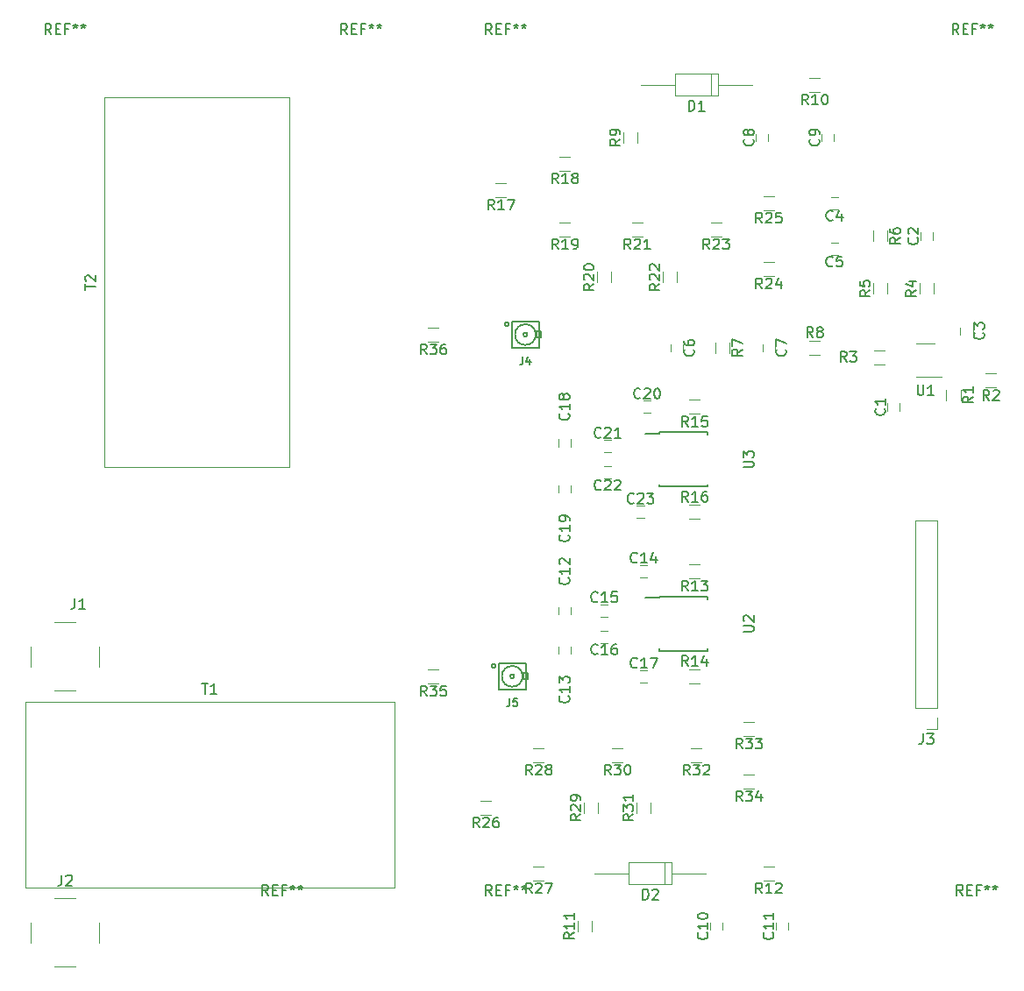
<source format=gto>
G04 #@! TF.FileFunction,Legend,Top*
%FSLAX46Y46*%
G04 Gerber Fmt 4.6, Leading zero omitted, Abs format (unit mm)*
G04 Created by KiCad (PCBNEW 4.0.6) date Friday, July 21, 2017 'PMt' 04:29:49 PM*
%MOMM*%
%LPD*%
G01*
G04 APERTURE LIST*
%ADD10C,0.100000*%
%ADD11C,0.203200*%
%ADD12C,0.120000*%
%ADD13C,0.150000*%
%ADD14C,0.152400*%
G04 APERTURE END LIST*
D10*
D11*
X152230000Y-71420000D02*
X152230000Y-70820000D01*
X152630000Y-71420000D02*
X152130000Y-71420000D01*
X152630000Y-71420000D02*
X152630000Y-70820000D01*
X152630000Y-70820000D02*
X152130000Y-70820000D01*
X151330000Y-71120000D02*
G75*
G03X151330000Y-71120000I-200000J0D01*
G01*
X152130000Y-71120000D02*
G75*
G03X152130000Y-71120000I-1000000J0D01*
G01*
X149530000Y-70120000D02*
G75*
G03X149530000Y-70120000I-200000J0D01*
G01*
X149830000Y-69820000D02*
X149830000Y-72420000D01*
X149830000Y-72420000D02*
X152430000Y-72420000D01*
X152430000Y-72420000D02*
X152430000Y-69820000D01*
X152430000Y-69820000D02*
X149830000Y-69820000D01*
X150960000Y-104440000D02*
X150960000Y-103840000D01*
X151360000Y-104440000D02*
X150860000Y-104440000D01*
X151360000Y-104440000D02*
X151360000Y-103840000D01*
X151360000Y-103840000D02*
X150860000Y-103840000D01*
X150060000Y-104140000D02*
G75*
G03X150060000Y-104140000I-200000J0D01*
G01*
X150860000Y-104140000D02*
G75*
G03X150860000Y-104140000I-1000000J0D01*
G01*
X148260000Y-103140000D02*
G75*
G03X148260000Y-103140000I-200000J0D01*
G01*
X148560000Y-102840000D02*
X148560000Y-105440000D01*
X148560000Y-105440000D02*
X151160000Y-105440000D01*
X151160000Y-105440000D02*
X151160000Y-102840000D01*
X151160000Y-102840000D02*
X148560000Y-102840000D01*
D12*
X186090000Y-78455000D02*
X186090000Y-77755000D01*
X187290000Y-77755000D02*
X187290000Y-78455000D01*
X189265000Y-61945000D02*
X189265000Y-61245000D01*
X190465000Y-61245000D02*
X190465000Y-61945000D01*
X194339941Y-70412021D02*
X194339941Y-71112021D01*
X193139941Y-71112021D02*
X193139941Y-70412021D01*
X181325000Y-59020000D02*
X180625000Y-59020000D01*
X180625000Y-57820000D02*
X181325000Y-57820000D01*
X181325000Y-63465000D02*
X180625000Y-63465000D01*
X180625000Y-62265000D02*
X181325000Y-62265000D01*
X166335000Y-72040000D02*
X166335000Y-72740000D01*
X165135000Y-72740000D02*
X165135000Y-72040000D01*
X175225000Y-72040000D02*
X175225000Y-72740000D01*
X174025000Y-72740000D02*
X174025000Y-72040000D01*
X173390000Y-52420000D02*
X173390000Y-51720000D01*
X174590000Y-51720000D02*
X174590000Y-52420000D01*
X179740000Y-52420000D02*
X179740000Y-51720000D01*
X180940000Y-51720000D02*
X180940000Y-52420000D01*
X168945000Y-128620000D02*
X168945000Y-127920000D01*
X170145000Y-127920000D02*
X170145000Y-128620000D01*
X175295000Y-128620000D02*
X175295000Y-127920000D01*
X176495000Y-127920000D02*
X176495000Y-128620000D01*
X155540000Y-97440000D02*
X155540000Y-98140000D01*
X154340000Y-98140000D02*
X154340000Y-97440000D01*
X154340000Y-101950000D02*
X154340000Y-101250000D01*
X155540000Y-101250000D02*
X155540000Y-101950000D01*
X162210000Y-93380000D02*
X162910000Y-93380000D01*
X162910000Y-94580000D02*
X162210000Y-94580000D01*
X159100000Y-98390000D02*
X158400000Y-98390000D01*
X158400000Y-97190000D02*
X159100000Y-97190000D01*
X159100000Y-100930000D02*
X158400000Y-100930000D01*
X158400000Y-99730000D02*
X159100000Y-99730000D01*
X162210000Y-103540000D02*
X162910000Y-103540000D01*
X162910000Y-104740000D02*
X162210000Y-104740000D01*
X155540000Y-81245000D02*
X155540000Y-81945000D01*
X154340000Y-81945000D02*
X154340000Y-81245000D01*
X154340000Y-86395000D02*
X154340000Y-85695000D01*
X155540000Y-85695000D02*
X155540000Y-86395000D01*
X162530000Y-77505000D02*
X163230000Y-77505000D01*
X163230000Y-78705000D02*
X162530000Y-78705000D01*
X159420000Y-82515000D02*
X158720000Y-82515000D01*
X158720000Y-81315000D02*
X159420000Y-81315000D01*
X159420000Y-85055000D02*
X158720000Y-85055000D01*
X158720000Y-83855000D02*
X159420000Y-83855000D01*
X161890000Y-87665000D02*
X162590000Y-87665000D01*
X162590000Y-88865000D02*
X161890000Y-88865000D01*
X169700000Y-48050000D02*
X169700000Y-45930000D01*
X169700000Y-45930000D02*
X165580000Y-45930000D01*
X165580000Y-45930000D02*
X165580000Y-48050000D01*
X165580000Y-48050000D02*
X169700000Y-48050000D01*
X173010000Y-46990000D02*
X169700000Y-46990000D01*
X162270000Y-46990000D02*
X165580000Y-46990000D01*
X169040000Y-48050000D02*
X169040000Y-45930000D01*
X165255000Y-124250000D02*
X165255000Y-122130000D01*
X165255000Y-122130000D02*
X161135000Y-122130000D01*
X161135000Y-122130000D02*
X161135000Y-124250000D01*
X161135000Y-124250000D02*
X165255000Y-124250000D01*
X168565000Y-123190000D02*
X165255000Y-123190000D01*
X157825000Y-123190000D02*
X161135000Y-123190000D01*
X164595000Y-124250000D02*
X164595000Y-122130000D01*
X105680000Y-98935000D02*
X107680000Y-98935000D01*
X105680000Y-105535000D02*
X107680000Y-105535000D01*
X109980000Y-101235000D02*
X109980000Y-103235000D01*
X103380000Y-101235000D02*
X103380000Y-103235000D01*
X105680000Y-125605000D02*
X107680000Y-125605000D01*
X105680000Y-132205000D02*
X107680000Y-132205000D01*
X109980000Y-127905000D02*
X109980000Y-129905000D01*
X103380000Y-127905000D02*
X103380000Y-129905000D01*
X190925000Y-89110000D02*
X188805000Y-89110000D01*
X190925000Y-107170000D02*
X190925000Y-89110000D01*
X188805000Y-107170000D02*
X188805000Y-89110000D01*
X190925000Y-107170000D02*
X188805000Y-107170000D01*
X190925000Y-108170000D02*
X190925000Y-109230000D01*
X190925000Y-109230000D02*
X189865000Y-109230000D01*
X191789941Y-77442021D02*
X191789941Y-76442021D01*
X193149941Y-76442021D02*
X193149941Y-77442021D01*
X195600000Y-74885000D02*
X196600000Y-74885000D01*
X196600000Y-76245000D02*
X195600000Y-76245000D01*
X184814941Y-72622021D02*
X185814941Y-72622021D01*
X185814941Y-73982021D02*
X184814941Y-73982021D01*
X190545000Y-66175000D02*
X190545000Y-67175000D01*
X189185000Y-67175000D02*
X189185000Y-66175000D01*
X186100000Y-66175000D02*
X186100000Y-67175000D01*
X184740000Y-67175000D02*
X184740000Y-66175000D01*
X184740000Y-62095000D02*
X184740000Y-61095000D01*
X186100000Y-61095000D02*
X186100000Y-62095000D01*
X169500000Y-72890000D02*
X169500000Y-71890000D01*
X170860000Y-71890000D02*
X170860000Y-72890000D01*
X179570000Y-73070000D02*
X178570000Y-73070000D01*
X178570000Y-71710000D02*
X179570000Y-71710000D01*
X161970000Y-51570000D02*
X161970000Y-52570000D01*
X160610000Y-52570000D02*
X160610000Y-51570000D01*
X178570000Y-46310000D02*
X179570000Y-46310000D01*
X179570000Y-47670000D02*
X178570000Y-47670000D01*
X157525000Y-127770000D02*
X157525000Y-128770000D01*
X156165000Y-128770000D02*
X156165000Y-127770000D01*
X174125000Y-122510000D02*
X175125000Y-122510000D01*
X175125000Y-123870000D02*
X174125000Y-123870000D01*
X166970000Y-93300000D02*
X167970000Y-93300000D01*
X167970000Y-94660000D02*
X166970000Y-94660000D01*
X167970000Y-104820000D02*
X166970000Y-104820000D01*
X166970000Y-103460000D02*
X167970000Y-103460000D01*
X166970000Y-77425000D02*
X167970000Y-77425000D01*
X167970000Y-78785000D02*
X166970000Y-78785000D01*
X167970000Y-88945000D02*
X166970000Y-88945000D01*
X166970000Y-87585000D02*
X167970000Y-87585000D01*
X148260000Y-56470000D02*
X149260000Y-56470000D01*
X149260000Y-57830000D02*
X148260000Y-57830000D01*
X154440000Y-53930000D02*
X155440000Y-53930000D01*
X155440000Y-55290000D02*
X154440000Y-55290000D01*
X154440000Y-60280000D02*
X155440000Y-60280000D01*
X155440000Y-61640000D02*
X154440000Y-61640000D01*
X159430000Y-65075000D02*
X159430000Y-66075000D01*
X158070000Y-66075000D02*
X158070000Y-65075000D01*
X161425000Y-60280000D02*
X162425000Y-60280000D01*
X162425000Y-61640000D02*
X161425000Y-61640000D01*
X165780000Y-65075000D02*
X165780000Y-66075000D01*
X164420000Y-66075000D02*
X164420000Y-65075000D01*
X169045000Y-60280000D02*
X170045000Y-60280000D01*
X170045000Y-61640000D02*
X169045000Y-61640000D01*
X174125000Y-64090000D02*
X175125000Y-64090000D01*
X175125000Y-65450000D02*
X174125000Y-65450000D01*
X174125000Y-57740000D02*
X175125000Y-57740000D01*
X175125000Y-59100000D02*
X174125000Y-59100000D01*
X146820000Y-116160000D02*
X147820000Y-116160000D01*
X147820000Y-117520000D02*
X146820000Y-117520000D01*
X151900000Y-122510000D02*
X152900000Y-122510000D01*
X152900000Y-123870000D02*
X151900000Y-123870000D01*
X151900000Y-111080000D02*
X152900000Y-111080000D01*
X152900000Y-112440000D02*
X151900000Y-112440000D01*
X158160000Y-116340000D02*
X158160000Y-117340000D01*
X156800000Y-117340000D02*
X156800000Y-116340000D01*
X159520000Y-111080000D02*
X160520000Y-111080000D01*
X160520000Y-112440000D02*
X159520000Y-112440000D01*
X163240000Y-116340000D02*
X163240000Y-117340000D01*
X161880000Y-117340000D02*
X161880000Y-116340000D01*
X167140000Y-111080000D02*
X168140000Y-111080000D01*
X168140000Y-112440000D02*
X167140000Y-112440000D01*
X172220000Y-108540000D02*
X173220000Y-108540000D01*
X173220000Y-109900000D02*
X172220000Y-109900000D01*
X172220000Y-113620000D02*
X173220000Y-113620000D01*
X173220000Y-114980000D02*
X172220000Y-114980000D01*
X102810000Y-106620000D02*
X138490000Y-106620000D01*
X102810000Y-124520000D02*
X138490000Y-124520000D01*
X102810000Y-106620000D02*
X102810000Y-124520000D01*
X138490000Y-106620000D02*
X138490000Y-124520000D01*
X110430000Y-83880000D02*
X110430000Y-48200000D01*
X128330000Y-83880000D02*
X128330000Y-48200000D01*
X110430000Y-83880000D02*
X128330000Y-83880000D01*
X110430000Y-48200000D02*
X128330000Y-48200000D01*
X190659941Y-72007021D02*
X188859941Y-72007021D01*
X188859941Y-75227021D02*
X191309941Y-75227021D01*
D13*
X164045000Y-96435000D02*
X164045000Y-96560000D01*
X168695000Y-96435000D02*
X168695000Y-96660000D01*
X168695000Y-101685000D02*
X168695000Y-101460000D01*
X164045000Y-101685000D02*
X164045000Y-101460000D01*
X164045000Y-96435000D02*
X168695000Y-96435000D01*
X164045000Y-101685000D02*
X168695000Y-101685000D01*
X164045000Y-96560000D02*
X162695000Y-96560000D01*
X164045000Y-80560000D02*
X164045000Y-80685000D01*
X168695000Y-80560000D02*
X168695000Y-80785000D01*
X168695000Y-85810000D02*
X168695000Y-85585000D01*
X164045000Y-85810000D02*
X164045000Y-85585000D01*
X164045000Y-80560000D02*
X168695000Y-80560000D01*
X164045000Y-85810000D02*
X168695000Y-85810000D01*
X164045000Y-80685000D02*
X162695000Y-80685000D01*
D12*
X141740000Y-103460000D02*
X142740000Y-103460000D01*
X142740000Y-104820000D02*
X141740000Y-104820000D01*
X141740000Y-70440000D02*
X142740000Y-70440000D01*
X142740000Y-71800000D02*
X141740000Y-71800000D01*
D14*
X150876001Y-73242714D02*
X150876001Y-73787000D01*
X150839715Y-73895857D01*
X150767144Y-73968429D01*
X150658287Y-74004714D01*
X150585715Y-74004714D01*
X151565429Y-73496714D02*
X151565429Y-74004714D01*
X151384000Y-73206429D02*
X151202572Y-73750714D01*
X151674286Y-73750714D01*
X149606001Y-106262714D02*
X149606001Y-106807000D01*
X149569715Y-106915857D01*
X149497144Y-106988429D01*
X149388287Y-107024714D01*
X149315715Y-107024714D01*
X150331715Y-106262714D02*
X149968858Y-106262714D01*
X149932572Y-106625571D01*
X149968858Y-106589286D01*
X150041429Y-106553000D01*
X150222858Y-106553000D01*
X150295429Y-106589286D01*
X150331715Y-106625571D01*
X150368000Y-106698143D01*
X150368000Y-106879571D01*
X150331715Y-106952143D01*
X150295429Y-106988429D01*
X150222858Y-107024714D01*
X150041429Y-107024714D01*
X149968858Y-106988429D01*
X149932572Y-106952143D01*
D13*
X185797143Y-78271666D02*
X185844762Y-78319285D01*
X185892381Y-78462142D01*
X185892381Y-78557380D01*
X185844762Y-78700238D01*
X185749524Y-78795476D01*
X185654286Y-78843095D01*
X185463810Y-78890714D01*
X185320952Y-78890714D01*
X185130476Y-78843095D01*
X185035238Y-78795476D01*
X184940000Y-78700238D01*
X184892381Y-78557380D01*
X184892381Y-78462142D01*
X184940000Y-78319285D01*
X184987619Y-78271666D01*
X185892381Y-77319285D02*
X185892381Y-77890714D01*
X185892381Y-77605000D02*
X184892381Y-77605000D01*
X185035238Y-77700238D01*
X185130476Y-77795476D01*
X185178095Y-77890714D01*
X188972143Y-61761666D02*
X189019762Y-61809285D01*
X189067381Y-61952142D01*
X189067381Y-62047380D01*
X189019762Y-62190238D01*
X188924524Y-62285476D01*
X188829286Y-62333095D01*
X188638810Y-62380714D01*
X188495952Y-62380714D01*
X188305476Y-62333095D01*
X188210238Y-62285476D01*
X188115000Y-62190238D01*
X188067381Y-62047380D01*
X188067381Y-61952142D01*
X188115000Y-61809285D01*
X188162619Y-61761666D01*
X188162619Y-61380714D02*
X188115000Y-61333095D01*
X188067381Y-61237857D01*
X188067381Y-60999761D01*
X188115000Y-60904523D01*
X188162619Y-60856904D01*
X188257857Y-60809285D01*
X188353095Y-60809285D01*
X188495952Y-60856904D01*
X189067381Y-61428333D01*
X189067381Y-60809285D01*
X195347084Y-70928687D02*
X195394703Y-70976306D01*
X195442322Y-71119163D01*
X195442322Y-71214401D01*
X195394703Y-71357259D01*
X195299465Y-71452497D01*
X195204227Y-71500116D01*
X195013751Y-71547735D01*
X194870893Y-71547735D01*
X194680417Y-71500116D01*
X194585179Y-71452497D01*
X194489941Y-71357259D01*
X194442322Y-71214401D01*
X194442322Y-71119163D01*
X194489941Y-70976306D01*
X194537560Y-70928687D01*
X194442322Y-70595354D02*
X194442322Y-69976306D01*
X194823274Y-70309640D01*
X194823274Y-70166782D01*
X194870893Y-70071544D01*
X194918512Y-70023925D01*
X195013751Y-69976306D01*
X195251846Y-69976306D01*
X195347084Y-70023925D01*
X195394703Y-70071544D01*
X195442322Y-70166782D01*
X195442322Y-70452497D01*
X195394703Y-70547735D01*
X195347084Y-70595354D01*
X180808334Y-60027143D02*
X180760715Y-60074762D01*
X180617858Y-60122381D01*
X180522620Y-60122381D01*
X180379762Y-60074762D01*
X180284524Y-59979524D01*
X180236905Y-59884286D01*
X180189286Y-59693810D01*
X180189286Y-59550952D01*
X180236905Y-59360476D01*
X180284524Y-59265238D01*
X180379762Y-59170000D01*
X180522620Y-59122381D01*
X180617858Y-59122381D01*
X180760715Y-59170000D01*
X180808334Y-59217619D01*
X181665477Y-59455714D02*
X181665477Y-60122381D01*
X181427381Y-59074762D02*
X181189286Y-59789048D01*
X181808334Y-59789048D01*
X180808334Y-64472143D02*
X180760715Y-64519762D01*
X180617858Y-64567381D01*
X180522620Y-64567381D01*
X180379762Y-64519762D01*
X180284524Y-64424524D01*
X180236905Y-64329286D01*
X180189286Y-64138810D01*
X180189286Y-63995952D01*
X180236905Y-63805476D01*
X180284524Y-63710238D01*
X180379762Y-63615000D01*
X180522620Y-63567381D01*
X180617858Y-63567381D01*
X180760715Y-63615000D01*
X180808334Y-63662619D01*
X181713096Y-63567381D02*
X181236905Y-63567381D01*
X181189286Y-64043571D01*
X181236905Y-63995952D01*
X181332143Y-63948333D01*
X181570239Y-63948333D01*
X181665477Y-63995952D01*
X181713096Y-64043571D01*
X181760715Y-64138810D01*
X181760715Y-64376905D01*
X181713096Y-64472143D01*
X181665477Y-64519762D01*
X181570239Y-64567381D01*
X181332143Y-64567381D01*
X181236905Y-64519762D01*
X181189286Y-64472143D01*
X167342143Y-72556666D02*
X167389762Y-72604285D01*
X167437381Y-72747142D01*
X167437381Y-72842380D01*
X167389762Y-72985238D01*
X167294524Y-73080476D01*
X167199286Y-73128095D01*
X167008810Y-73175714D01*
X166865952Y-73175714D01*
X166675476Y-73128095D01*
X166580238Y-73080476D01*
X166485000Y-72985238D01*
X166437381Y-72842380D01*
X166437381Y-72747142D01*
X166485000Y-72604285D01*
X166532619Y-72556666D01*
X166437381Y-71699523D02*
X166437381Y-71890000D01*
X166485000Y-71985238D01*
X166532619Y-72032857D01*
X166675476Y-72128095D01*
X166865952Y-72175714D01*
X167246905Y-72175714D01*
X167342143Y-72128095D01*
X167389762Y-72080476D01*
X167437381Y-71985238D01*
X167437381Y-71794761D01*
X167389762Y-71699523D01*
X167342143Y-71651904D01*
X167246905Y-71604285D01*
X167008810Y-71604285D01*
X166913571Y-71651904D01*
X166865952Y-71699523D01*
X166818333Y-71794761D01*
X166818333Y-71985238D01*
X166865952Y-72080476D01*
X166913571Y-72128095D01*
X167008810Y-72175714D01*
X176232143Y-72556666D02*
X176279762Y-72604285D01*
X176327381Y-72747142D01*
X176327381Y-72842380D01*
X176279762Y-72985238D01*
X176184524Y-73080476D01*
X176089286Y-73128095D01*
X175898810Y-73175714D01*
X175755952Y-73175714D01*
X175565476Y-73128095D01*
X175470238Y-73080476D01*
X175375000Y-72985238D01*
X175327381Y-72842380D01*
X175327381Y-72747142D01*
X175375000Y-72604285D01*
X175422619Y-72556666D01*
X175327381Y-72223333D02*
X175327381Y-71556666D01*
X176327381Y-71985238D01*
X173097143Y-52236666D02*
X173144762Y-52284285D01*
X173192381Y-52427142D01*
X173192381Y-52522380D01*
X173144762Y-52665238D01*
X173049524Y-52760476D01*
X172954286Y-52808095D01*
X172763810Y-52855714D01*
X172620952Y-52855714D01*
X172430476Y-52808095D01*
X172335238Y-52760476D01*
X172240000Y-52665238D01*
X172192381Y-52522380D01*
X172192381Y-52427142D01*
X172240000Y-52284285D01*
X172287619Y-52236666D01*
X172620952Y-51665238D02*
X172573333Y-51760476D01*
X172525714Y-51808095D01*
X172430476Y-51855714D01*
X172382857Y-51855714D01*
X172287619Y-51808095D01*
X172240000Y-51760476D01*
X172192381Y-51665238D01*
X172192381Y-51474761D01*
X172240000Y-51379523D01*
X172287619Y-51331904D01*
X172382857Y-51284285D01*
X172430476Y-51284285D01*
X172525714Y-51331904D01*
X172573333Y-51379523D01*
X172620952Y-51474761D01*
X172620952Y-51665238D01*
X172668571Y-51760476D01*
X172716190Y-51808095D01*
X172811429Y-51855714D01*
X173001905Y-51855714D01*
X173097143Y-51808095D01*
X173144762Y-51760476D01*
X173192381Y-51665238D01*
X173192381Y-51474761D01*
X173144762Y-51379523D01*
X173097143Y-51331904D01*
X173001905Y-51284285D01*
X172811429Y-51284285D01*
X172716190Y-51331904D01*
X172668571Y-51379523D01*
X172620952Y-51474761D01*
X179447143Y-52236666D02*
X179494762Y-52284285D01*
X179542381Y-52427142D01*
X179542381Y-52522380D01*
X179494762Y-52665238D01*
X179399524Y-52760476D01*
X179304286Y-52808095D01*
X179113810Y-52855714D01*
X178970952Y-52855714D01*
X178780476Y-52808095D01*
X178685238Y-52760476D01*
X178590000Y-52665238D01*
X178542381Y-52522380D01*
X178542381Y-52427142D01*
X178590000Y-52284285D01*
X178637619Y-52236666D01*
X179542381Y-51760476D02*
X179542381Y-51570000D01*
X179494762Y-51474761D01*
X179447143Y-51427142D01*
X179304286Y-51331904D01*
X179113810Y-51284285D01*
X178732857Y-51284285D01*
X178637619Y-51331904D01*
X178590000Y-51379523D01*
X178542381Y-51474761D01*
X178542381Y-51665238D01*
X178590000Y-51760476D01*
X178637619Y-51808095D01*
X178732857Y-51855714D01*
X178970952Y-51855714D01*
X179066190Y-51808095D01*
X179113810Y-51760476D01*
X179161429Y-51665238D01*
X179161429Y-51474761D01*
X179113810Y-51379523D01*
X179066190Y-51331904D01*
X178970952Y-51284285D01*
X168652143Y-128912857D02*
X168699762Y-128960476D01*
X168747381Y-129103333D01*
X168747381Y-129198571D01*
X168699762Y-129341429D01*
X168604524Y-129436667D01*
X168509286Y-129484286D01*
X168318810Y-129531905D01*
X168175952Y-129531905D01*
X167985476Y-129484286D01*
X167890238Y-129436667D01*
X167795000Y-129341429D01*
X167747381Y-129198571D01*
X167747381Y-129103333D01*
X167795000Y-128960476D01*
X167842619Y-128912857D01*
X168747381Y-127960476D02*
X168747381Y-128531905D01*
X168747381Y-128246191D02*
X167747381Y-128246191D01*
X167890238Y-128341429D01*
X167985476Y-128436667D01*
X168033095Y-128531905D01*
X167747381Y-127341429D02*
X167747381Y-127246190D01*
X167795000Y-127150952D01*
X167842619Y-127103333D01*
X167937857Y-127055714D01*
X168128333Y-127008095D01*
X168366429Y-127008095D01*
X168556905Y-127055714D01*
X168652143Y-127103333D01*
X168699762Y-127150952D01*
X168747381Y-127246190D01*
X168747381Y-127341429D01*
X168699762Y-127436667D01*
X168652143Y-127484286D01*
X168556905Y-127531905D01*
X168366429Y-127579524D01*
X168128333Y-127579524D01*
X167937857Y-127531905D01*
X167842619Y-127484286D01*
X167795000Y-127436667D01*
X167747381Y-127341429D01*
X175002143Y-128912857D02*
X175049762Y-128960476D01*
X175097381Y-129103333D01*
X175097381Y-129198571D01*
X175049762Y-129341429D01*
X174954524Y-129436667D01*
X174859286Y-129484286D01*
X174668810Y-129531905D01*
X174525952Y-129531905D01*
X174335476Y-129484286D01*
X174240238Y-129436667D01*
X174145000Y-129341429D01*
X174097381Y-129198571D01*
X174097381Y-129103333D01*
X174145000Y-128960476D01*
X174192619Y-128912857D01*
X175097381Y-127960476D02*
X175097381Y-128531905D01*
X175097381Y-128246191D02*
X174097381Y-128246191D01*
X174240238Y-128341429D01*
X174335476Y-128436667D01*
X174383095Y-128531905D01*
X175097381Y-127008095D02*
X175097381Y-127579524D01*
X175097381Y-127293810D02*
X174097381Y-127293810D01*
X174240238Y-127389048D01*
X174335476Y-127484286D01*
X174383095Y-127579524D01*
X155297143Y-94622857D02*
X155344762Y-94670476D01*
X155392381Y-94813333D01*
X155392381Y-94908571D01*
X155344762Y-95051429D01*
X155249524Y-95146667D01*
X155154286Y-95194286D01*
X154963810Y-95241905D01*
X154820952Y-95241905D01*
X154630476Y-95194286D01*
X154535238Y-95146667D01*
X154440000Y-95051429D01*
X154392381Y-94908571D01*
X154392381Y-94813333D01*
X154440000Y-94670476D01*
X154487619Y-94622857D01*
X155392381Y-93670476D02*
X155392381Y-94241905D01*
X155392381Y-93956191D02*
X154392381Y-93956191D01*
X154535238Y-94051429D01*
X154630476Y-94146667D01*
X154678095Y-94241905D01*
X154487619Y-93289524D02*
X154440000Y-93241905D01*
X154392381Y-93146667D01*
X154392381Y-92908571D01*
X154440000Y-92813333D01*
X154487619Y-92765714D01*
X154582857Y-92718095D01*
X154678095Y-92718095D01*
X154820952Y-92765714D01*
X155392381Y-93337143D01*
X155392381Y-92718095D01*
X155297143Y-106052857D02*
X155344762Y-106100476D01*
X155392381Y-106243333D01*
X155392381Y-106338571D01*
X155344762Y-106481429D01*
X155249524Y-106576667D01*
X155154286Y-106624286D01*
X154963810Y-106671905D01*
X154820952Y-106671905D01*
X154630476Y-106624286D01*
X154535238Y-106576667D01*
X154440000Y-106481429D01*
X154392381Y-106338571D01*
X154392381Y-106243333D01*
X154440000Y-106100476D01*
X154487619Y-106052857D01*
X155392381Y-105100476D02*
X155392381Y-105671905D01*
X155392381Y-105386191D02*
X154392381Y-105386191D01*
X154535238Y-105481429D01*
X154630476Y-105576667D01*
X154678095Y-105671905D01*
X154392381Y-104767143D02*
X154392381Y-104148095D01*
X154773333Y-104481429D01*
X154773333Y-104338571D01*
X154820952Y-104243333D01*
X154868571Y-104195714D01*
X154963810Y-104148095D01*
X155201905Y-104148095D01*
X155297143Y-104195714D01*
X155344762Y-104243333D01*
X155392381Y-104338571D01*
X155392381Y-104624286D01*
X155344762Y-104719524D01*
X155297143Y-104767143D01*
X161917143Y-93087143D02*
X161869524Y-93134762D01*
X161726667Y-93182381D01*
X161631429Y-93182381D01*
X161488571Y-93134762D01*
X161393333Y-93039524D01*
X161345714Y-92944286D01*
X161298095Y-92753810D01*
X161298095Y-92610952D01*
X161345714Y-92420476D01*
X161393333Y-92325238D01*
X161488571Y-92230000D01*
X161631429Y-92182381D01*
X161726667Y-92182381D01*
X161869524Y-92230000D01*
X161917143Y-92277619D01*
X162869524Y-93182381D02*
X162298095Y-93182381D01*
X162583809Y-93182381D02*
X162583809Y-92182381D01*
X162488571Y-92325238D01*
X162393333Y-92420476D01*
X162298095Y-92468095D01*
X163726667Y-92515714D02*
X163726667Y-93182381D01*
X163488571Y-92134762D02*
X163250476Y-92849048D01*
X163869524Y-92849048D01*
X158107143Y-96877143D02*
X158059524Y-96924762D01*
X157916667Y-96972381D01*
X157821429Y-96972381D01*
X157678571Y-96924762D01*
X157583333Y-96829524D01*
X157535714Y-96734286D01*
X157488095Y-96543810D01*
X157488095Y-96400952D01*
X157535714Y-96210476D01*
X157583333Y-96115238D01*
X157678571Y-96020000D01*
X157821429Y-95972381D01*
X157916667Y-95972381D01*
X158059524Y-96020000D01*
X158107143Y-96067619D01*
X159059524Y-96972381D02*
X158488095Y-96972381D01*
X158773809Y-96972381D02*
X158773809Y-95972381D01*
X158678571Y-96115238D01*
X158583333Y-96210476D01*
X158488095Y-96258095D01*
X159964286Y-95972381D02*
X159488095Y-95972381D01*
X159440476Y-96448571D01*
X159488095Y-96400952D01*
X159583333Y-96353333D01*
X159821429Y-96353333D01*
X159916667Y-96400952D01*
X159964286Y-96448571D01*
X160011905Y-96543810D01*
X160011905Y-96781905D01*
X159964286Y-96877143D01*
X159916667Y-96924762D01*
X159821429Y-96972381D01*
X159583333Y-96972381D01*
X159488095Y-96924762D01*
X159440476Y-96877143D01*
X158107143Y-101937143D02*
X158059524Y-101984762D01*
X157916667Y-102032381D01*
X157821429Y-102032381D01*
X157678571Y-101984762D01*
X157583333Y-101889524D01*
X157535714Y-101794286D01*
X157488095Y-101603810D01*
X157488095Y-101460952D01*
X157535714Y-101270476D01*
X157583333Y-101175238D01*
X157678571Y-101080000D01*
X157821429Y-101032381D01*
X157916667Y-101032381D01*
X158059524Y-101080000D01*
X158107143Y-101127619D01*
X159059524Y-102032381D02*
X158488095Y-102032381D01*
X158773809Y-102032381D02*
X158773809Y-101032381D01*
X158678571Y-101175238D01*
X158583333Y-101270476D01*
X158488095Y-101318095D01*
X159916667Y-101032381D02*
X159726190Y-101032381D01*
X159630952Y-101080000D01*
X159583333Y-101127619D01*
X159488095Y-101270476D01*
X159440476Y-101460952D01*
X159440476Y-101841905D01*
X159488095Y-101937143D01*
X159535714Y-101984762D01*
X159630952Y-102032381D01*
X159821429Y-102032381D01*
X159916667Y-101984762D01*
X159964286Y-101937143D01*
X160011905Y-101841905D01*
X160011905Y-101603810D01*
X159964286Y-101508571D01*
X159916667Y-101460952D01*
X159821429Y-101413333D01*
X159630952Y-101413333D01*
X159535714Y-101460952D01*
X159488095Y-101508571D01*
X159440476Y-101603810D01*
X161917143Y-103247143D02*
X161869524Y-103294762D01*
X161726667Y-103342381D01*
X161631429Y-103342381D01*
X161488571Y-103294762D01*
X161393333Y-103199524D01*
X161345714Y-103104286D01*
X161298095Y-102913810D01*
X161298095Y-102770952D01*
X161345714Y-102580476D01*
X161393333Y-102485238D01*
X161488571Y-102390000D01*
X161631429Y-102342381D01*
X161726667Y-102342381D01*
X161869524Y-102390000D01*
X161917143Y-102437619D01*
X162869524Y-103342381D02*
X162298095Y-103342381D01*
X162583809Y-103342381D02*
X162583809Y-102342381D01*
X162488571Y-102485238D01*
X162393333Y-102580476D01*
X162298095Y-102628095D01*
X163202857Y-102342381D02*
X163869524Y-102342381D01*
X163440952Y-103342381D01*
X155297143Y-78747857D02*
X155344762Y-78795476D01*
X155392381Y-78938333D01*
X155392381Y-79033571D01*
X155344762Y-79176429D01*
X155249524Y-79271667D01*
X155154286Y-79319286D01*
X154963810Y-79366905D01*
X154820952Y-79366905D01*
X154630476Y-79319286D01*
X154535238Y-79271667D01*
X154440000Y-79176429D01*
X154392381Y-79033571D01*
X154392381Y-78938333D01*
X154440000Y-78795476D01*
X154487619Y-78747857D01*
X155392381Y-77795476D02*
X155392381Y-78366905D01*
X155392381Y-78081191D02*
X154392381Y-78081191D01*
X154535238Y-78176429D01*
X154630476Y-78271667D01*
X154678095Y-78366905D01*
X154820952Y-77224048D02*
X154773333Y-77319286D01*
X154725714Y-77366905D01*
X154630476Y-77414524D01*
X154582857Y-77414524D01*
X154487619Y-77366905D01*
X154440000Y-77319286D01*
X154392381Y-77224048D01*
X154392381Y-77033571D01*
X154440000Y-76938333D01*
X154487619Y-76890714D01*
X154582857Y-76843095D01*
X154630476Y-76843095D01*
X154725714Y-76890714D01*
X154773333Y-76938333D01*
X154820952Y-77033571D01*
X154820952Y-77224048D01*
X154868571Y-77319286D01*
X154916190Y-77366905D01*
X155011429Y-77414524D01*
X155201905Y-77414524D01*
X155297143Y-77366905D01*
X155344762Y-77319286D01*
X155392381Y-77224048D01*
X155392381Y-77033571D01*
X155344762Y-76938333D01*
X155297143Y-76890714D01*
X155201905Y-76843095D01*
X155011429Y-76843095D01*
X154916190Y-76890714D01*
X154868571Y-76938333D01*
X154820952Y-77033571D01*
X155297143Y-90497857D02*
X155344762Y-90545476D01*
X155392381Y-90688333D01*
X155392381Y-90783571D01*
X155344762Y-90926429D01*
X155249524Y-91021667D01*
X155154286Y-91069286D01*
X154963810Y-91116905D01*
X154820952Y-91116905D01*
X154630476Y-91069286D01*
X154535238Y-91021667D01*
X154440000Y-90926429D01*
X154392381Y-90783571D01*
X154392381Y-90688333D01*
X154440000Y-90545476D01*
X154487619Y-90497857D01*
X155392381Y-89545476D02*
X155392381Y-90116905D01*
X155392381Y-89831191D02*
X154392381Y-89831191D01*
X154535238Y-89926429D01*
X154630476Y-90021667D01*
X154678095Y-90116905D01*
X155392381Y-89069286D02*
X155392381Y-88878810D01*
X155344762Y-88783571D01*
X155297143Y-88735952D01*
X155154286Y-88640714D01*
X154963810Y-88593095D01*
X154582857Y-88593095D01*
X154487619Y-88640714D01*
X154440000Y-88688333D01*
X154392381Y-88783571D01*
X154392381Y-88974048D01*
X154440000Y-89069286D01*
X154487619Y-89116905D01*
X154582857Y-89164524D01*
X154820952Y-89164524D01*
X154916190Y-89116905D01*
X154963810Y-89069286D01*
X155011429Y-88974048D01*
X155011429Y-88783571D01*
X154963810Y-88688333D01*
X154916190Y-88640714D01*
X154820952Y-88593095D01*
X162237143Y-77212143D02*
X162189524Y-77259762D01*
X162046667Y-77307381D01*
X161951429Y-77307381D01*
X161808571Y-77259762D01*
X161713333Y-77164524D01*
X161665714Y-77069286D01*
X161618095Y-76878810D01*
X161618095Y-76735952D01*
X161665714Y-76545476D01*
X161713333Y-76450238D01*
X161808571Y-76355000D01*
X161951429Y-76307381D01*
X162046667Y-76307381D01*
X162189524Y-76355000D01*
X162237143Y-76402619D01*
X162618095Y-76402619D02*
X162665714Y-76355000D01*
X162760952Y-76307381D01*
X162999048Y-76307381D01*
X163094286Y-76355000D01*
X163141905Y-76402619D01*
X163189524Y-76497857D01*
X163189524Y-76593095D01*
X163141905Y-76735952D01*
X162570476Y-77307381D01*
X163189524Y-77307381D01*
X163808571Y-76307381D02*
X163903810Y-76307381D01*
X163999048Y-76355000D01*
X164046667Y-76402619D01*
X164094286Y-76497857D01*
X164141905Y-76688333D01*
X164141905Y-76926429D01*
X164094286Y-77116905D01*
X164046667Y-77212143D01*
X163999048Y-77259762D01*
X163903810Y-77307381D01*
X163808571Y-77307381D01*
X163713333Y-77259762D01*
X163665714Y-77212143D01*
X163618095Y-77116905D01*
X163570476Y-76926429D01*
X163570476Y-76688333D01*
X163618095Y-76497857D01*
X163665714Y-76402619D01*
X163713333Y-76355000D01*
X163808571Y-76307381D01*
X158427143Y-81002143D02*
X158379524Y-81049762D01*
X158236667Y-81097381D01*
X158141429Y-81097381D01*
X157998571Y-81049762D01*
X157903333Y-80954524D01*
X157855714Y-80859286D01*
X157808095Y-80668810D01*
X157808095Y-80525952D01*
X157855714Y-80335476D01*
X157903333Y-80240238D01*
X157998571Y-80145000D01*
X158141429Y-80097381D01*
X158236667Y-80097381D01*
X158379524Y-80145000D01*
X158427143Y-80192619D01*
X158808095Y-80192619D02*
X158855714Y-80145000D01*
X158950952Y-80097381D01*
X159189048Y-80097381D01*
X159284286Y-80145000D01*
X159331905Y-80192619D01*
X159379524Y-80287857D01*
X159379524Y-80383095D01*
X159331905Y-80525952D01*
X158760476Y-81097381D01*
X159379524Y-81097381D01*
X160331905Y-81097381D02*
X159760476Y-81097381D01*
X160046190Y-81097381D02*
X160046190Y-80097381D01*
X159950952Y-80240238D01*
X159855714Y-80335476D01*
X159760476Y-80383095D01*
X158427143Y-86062143D02*
X158379524Y-86109762D01*
X158236667Y-86157381D01*
X158141429Y-86157381D01*
X157998571Y-86109762D01*
X157903333Y-86014524D01*
X157855714Y-85919286D01*
X157808095Y-85728810D01*
X157808095Y-85585952D01*
X157855714Y-85395476D01*
X157903333Y-85300238D01*
X157998571Y-85205000D01*
X158141429Y-85157381D01*
X158236667Y-85157381D01*
X158379524Y-85205000D01*
X158427143Y-85252619D01*
X158808095Y-85252619D02*
X158855714Y-85205000D01*
X158950952Y-85157381D01*
X159189048Y-85157381D01*
X159284286Y-85205000D01*
X159331905Y-85252619D01*
X159379524Y-85347857D01*
X159379524Y-85443095D01*
X159331905Y-85585952D01*
X158760476Y-86157381D01*
X159379524Y-86157381D01*
X159760476Y-85252619D02*
X159808095Y-85205000D01*
X159903333Y-85157381D01*
X160141429Y-85157381D01*
X160236667Y-85205000D01*
X160284286Y-85252619D01*
X160331905Y-85347857D01*
X160331905Y-85443095D01*
X160284286Y-85585952D01*
X159712857Y-86157381D01*
X160331905Y-86157381D01*
X161597143Y-87352143D02*
X161549524Y-87399762D01*
X161406667Y-87447381D01*
X161311429Y-87447381D01*
X161168571Y-87399762D01*
X161073333Y-87304524D01*
X161025714Y-87209286D01*
X160978095Y-87018810D01*
X160978095Y-86875952D01*
X161025714Y-86685476D01*
X161073333Y-86590238D01*
X161168571Y-86495000D01*
X161311429Y-86447381D01*
X161406667Y-86447381D01*
X161549524Y-86495000D01*
X161597143Y-86542619D01*
X161978095Y-86542619D02*
X162025714Y-86495000D01*
X162120952Y-86447381D01*
X162359048Y-86447381D01*
X162454286Y-86495000D01*
X162501905Y-86542619D01*
X162549524Y-86637857D01*
X162549524Y-86733095D01*
X162501905Y-86875952D01*
X161930476Y-87447381D01*
X162549524Y-87447381D01*
X162882857Y-86447381D02*
X163501905Y-86447381D01*
X163168571Y-86828333D01*
X163311429Y-86828333D01*
X163406667Y-86875952D01*
X163454286Y-86923571D01*
X163501905Y-87018810D01*
X163501905Y-87256905D01*
X163454286Y-87352143D01*
X163406667Y-87399762D01*
X163311429Y-87447381D01*
X163025714Y-87447381D01*
X162930476Y-87399762D01*
X162882857Y-87352143D01*
X166901905Y-49502381D02*
X166901905Y-48502381D01*
X167140000Y-48502381D01*
X167282858Y-48550000D01*
X167378096Y-48645238D01*
X167425715Y-48740476D01*
X167473334Y-48930952D01*
X167473334Y-49073810D01*
X167425715Y-49264286D01*
X167378096Y-49359524D01*
X167282858Y-49454762D01*
X167140000Y-49502381D01*
X166901905Y-49502381D01*
X168425715Y-49502381D02*
X167854286Y-49502381D01*
X168140000Y-49502381D02*
X168140000Y-48502381D01*
X168044762Y-48645238D01*
X167949524Y-48740476D01*
X167854286Y-48788095D01*
X162456905Y-125702381D02*
X162456905Y-124702381D01*
X162695000Y-124702381D01*
X162837858Y-124750000D01*
X162933096Y-124845238D01*
X162980715Y-124940476D01*
X163028334Y-125130952D01*
X163028334Y-125273810D01*
X162980715Y-125464286D01*
X162933096Y-125559524D01*
X162837858Y-125654762D01*
X162695000Y-125702381D01*
X162456905Y-125702381D01*
X163409286Y-124797619D02*
X163456905Y-124750000D01*
X163552143Y-124702381D01*
X163790239Y-124702381D01*
X163885477Y-124750000D01*
X163933096Y-124797619D01*
X163980715Y-124892857D01*
X163980715Y-124988095D01*
X163933096Y-125130952D01*
X163361667Y-125702381D01*
X163980715Y-125702381D01*
X107616667Y-96607381D02*
X107616667Y-97321667D01*
X107569047Y-97464524D01*
X107473809Y-97559762D01*
X107330952Y-97607381D01*
X107235714Y-97607381D01*
X108616667Y-97607381D02*
X108045238Y-97607381D01*
X108330952Y-97607381D02*
X108330952Y-96607381D01*
X108235714Y-96750238D01*
X108140476Y-96845476D01*
X108045238Y-96893095D01*
X106346667Y-123357381D02*
X106346667Y-124071667D01*
X106299047Y-124214524D01*
X106203809Y-124309762D01*
X106060952Y-124357381D01*
X105965714Y-124357381D01*
X106775238Y-123452619D02*
X106822857Y-123405000D01*
X106918095Y-123357381D01*
X107156191Y-123357381D01*
X107251429Y-123405000D01*
X107299048Y-123452619D01*
X107346667Y-123547857D01*
X107346667Y-123643095D01*
X107299048Y-123785952D01*
X106727619Y-124357381D01*
X107346667Y-124357381D01*
X189531667Y-109682381D02*
X189531667Y-110396667D01*
X189484047Y-110539524D01*
X189388809Y-110634762D01*
X189245952Y-110682381D01*
X189150714Y-110682381D01*
X189912619Y-109682381D02*
X190531667Y-109682381D01*
X190198333Y-110063333D01*
X190341191Y-110063333D01*
X190436429Y-110110952D01*
X190484048Y-110158571D01*
X190531667Y-110253810D01*
X190531667Y-110491905D01*
X190484048Y-110587143D01*
X190436429Y-110634762D01*
X190341191Y-110682381D01*
X190055476Y-110682381D01*
X189960238Y-110634762D01*
X189912619Y-110587143D01*
X194372322Y-77108687D02*
X193896131Y-77442021D01*
X194372322Y-77680116D02*
X193372322Y-77680116D01*
X193372322Y-77299163D01*
X193419941Y-77203925D01*
X193467560Y-77156306D01*
X193562798Y-77108687D01*
X193705655Y-77108687D01*
X193800893Y-77156306D01*
X193848512Y-77203925D01*
X193896131Y-77299163D01*
X193896131Y-77680116D01*
X194372322Y-76156306D02*
X194372322Y-76727735D01*
X194372322Y-76442021D02*
X193372322Y-76442021D01*
X193515179Y-76537259D01*
X193610417Y-76632497D01*
X193658036Y-76727735D01*
X195933334Y-77467381D02*
X195600000Y-76991190D01*
X195361905Y-77467381D02*
X195361905Y-76467381D01*
X195742858Y-76467381D01*
X195838096Y-76515000D01*
X195885715Y-76562619D01*
X195933334Y-76657857D01*
X195933334Y-76800714D01*
X195885715Y-76895952D01*
X195838096Y-76943571D01*
X195742858Y-76991190D01*
X195361905Y-76991190D01*
X196314286Y-76562619D02*
X196361905Y-76515000D01*
X196457143Y-76467381D01*
X196695239Y-76467381D01*
X196790477Y-76515000D01*
X196838096Y-76562619D01*
X196885715Y-76657857D01*
X196885715Y-76753095D01*
X196838096Y-76895952D01*
X196266667Y-77467381D01*
X196885715Y-77467381D01*
X182143275Y-73754402D02*
X181809941Y-73278211D01*
X181571846Y-73754402D02*
X181571846Y-72754402D01*
X181952799Y-72754402D01*
X182048037Y-72802021D01*
X182095656Y-72849640D01*
X182143275Y-72944878D01*
X182143275Y-73087735D01*
X182095656Y-73182973D01*
X182048037Y-73230592D01*
X181952799Y-73278211D01*
X181571846Y-73278211D01*
X182476608Y-72754402D02*
X183095656Y-72754402D01*
X182762322Y-73135354D01*
X182905180Y-73135354D01*
X183000418Y-73182973D01*
X183048037Y-73230592D01*
X183095656Y-73325831D01*
X183095656Y-73563926D01*
X183048037Y-73659164D01*
X183000418Y-73706783D01*
X182905180Y-73754402D01*
X182619465Y-73754402D01*
X182524227Y-73706783D01*
X182476608Y-73659164D01*
X188867381Y-66841666D02*
X188391190Y-67175000D01*
X188867381Y-67413095D02*
X187867381Y-67413095D01*
X187867381Y-67032142D01*
X187915000Y-66936904D01*
X187962619Y-66889285D01*
X188057857Y-66841666D01*
X188200714Y-66841666D01*
X188295952Y-66889285D01*
X188343571Y-66936904D01*
X188391190Y-67032142D01*
X188391190Y-67413095D01*
X188200714Y-65984523D02*
X188867381Y-65984523D01*
X187819762Y-66222619D02*
X188534048Y-66460714D01*
X188534048Y-65841666D01*
X184422381Y-66841666D02*
X183946190Y-67175000D01*
X184422381Y-67413095D02*
X183422381Y-67413095D01*
X183422381Y-67032142D01*
X183470000Y-66936904D01*
X183517619Y-66889285D01*
X183612857Y-66841666D01*
X183755714Y-66841666D01*
X183850952Y-66889285D01*
X183898571Y-66936904D01*
X183946190Y-67032142D01*
X183946190Y-67413095D01*
X183422381Y-65936904D02*
X183422381Y-66413095D01*
X183898571Y-66460714D01*
X183850952Y-66413095D01*
X183803333Y-66317857D01*
X183803333Y-66079761D01*
X183850952Y-65984523D01*
X183898571Y-65936904D01*
X183993810Y-65889285D01*
X184231905Y-65889285D01*
X184327143Y-65936904D01*
X184374762Y-65984523D01*
X184422381Y-66079761D01*
X184422381Y-66317857D01*
X184374762Y-66413095D01*
X184327143Y-66460714D01*
X187322381Y-61761666D02*
X186846190Y-62095000D01*
X187322381Y-62333095D02*
X186322381Y-62333095D01*
X186322381Y-61952142D01*
X186370000Y-61856904D01*
X186417619Y-61809285D01*
X186512857Y-61761666D01*
X186655714Y-61761666D01*
X186750952Y-61809285D01*
X186798571Y-61856904D01*
X186846190Y-61952142D01*
X186846190Y-62333095D01*
X186322381Y-60904523D02*
X186322381Y-61095000D01*
X186370000Y-61190238D01*
X186417619Y-61237857D01*
X186560476Y-61333095D01*
X186750952Y-61380714D01*
X187131905Y-61380714D01*
X187227143Y-61333095D01*
X187274762Y-61285476D01*
X187322381Y-61190238D01*
X187322381Y-60999761D01*
X187274762Y-60904523D01*
X187227143Y-60856904D01*
X187131905Y-60809285D01*
X186893810Y-60809285D01*
X186798571Y-60856904D01*
X186750952Y-60904523D01*
X186703333Y-60999761D01*
X186703333Y-61190238D01*
X186750952Y-61285476D01*
X186798571Y-61333095D01*
X186893810Y-61380714D01*
X172082381Y-72556666D02*
X171606190Y-72890000D01*
X172082381Y-73128095D02*
X171082381Y-73128095D01*
X171082381Y-72747142D01*
X171130000Y-72651904D01*
X171177619Y-72604285D01*
X171272857Y-72556666D01*
X171415714Y-72556666D01*
X171510952Y-72604285D01*
X171558571Y-72651904D01*
X171606190Y-72747142D01*
X171606190Y-73128095D01*
X171082381Y-72223333D02*
X171082381Y-71556666D01*
X172082381Y-71985238D01*
X178903334Y-71392381D02*
X178570000Y-70916190D01*
X178331905Y-71392381D02*
X178331905Y-70392381D01*
X178712858Y-70392381D01*
X178808096Y-70440000D01*
X178855715Y-70487619D01*
X178903334Y-70582857D01*
X178903334Y-70725714D01*
X178855715Y-70820952D01*
X178808096Y-70868571D01*
X178712858Y-70916190D01*
X178331905Y-70916190D01*
X179474762Y-70820952D02*
X179379524Y-70773333D01*
X179331905Y-70725714D01*
X179284286Y-70630476D01*
X179284286Y-70582857D01*
X179331905Y-70487619D01*
X179379524Y-70440000D01*
X179474762Y-70392381D01*
X179665239Y-70392381D01*
X179760477Y-70440000D01*
X179808096Y-70487619D01*
X179855715Y-70582857D01*
X179855715Y-70630476D01*
X179808096Y-70725714D01*
X179760477Y-70773333D01*
X179665239Y-70820952D01*
X179474762Y-70820952D01*
X179379524Y-70868571D01*
X179331905Y-70916190D01*
X179284286Y-71011429D01*
X179284286Y-71201905D01*
X179331905Y-71297143D01*
X179379524Y-71344762D01*
X179474762Y-71392381D01*
X179665239Y-71392381D01*
X179760477Y-71344762D01*
X179808096Y-71297143D01*
X179855715Y-71201905D01*
X179855715Y-71011429D01*
X179808096Y-70916190D01*
X179760477Y-70868571D01*
X179665239Y-70820952D01*
X160292381Y-52236666D02*
X159816190Y-52570000D01*
X160292381Y-52808095D02*
X159292381Y-52808095D01*
X159292381Y-52427142D01*
X159340000Y-52331904D01*
X159387619Y-52284285D01*
X159482857Y-52236666D01*
X159625714Y-52236666D01*
X159720952Y-52284285D01*
X159768571Y-52331904D01*
X159816190Y-52427142D01*
X159816190Y-52808095D01*
X160292381Y-51760476D02*
X160292381Y-51570000D01*
X160244762Y-51474761D01*
X160197143Y-51427142D01*
X160054286Y-51331904D01*
X159863810Y-51284285D01*
X159482857Y-51284285D01*
X159387619Y-51331904D01*
X159340000Y-51379523D01*
X159292381Y-51474761D01*
X159292381Y-51665238D01*
X159340000Y-51760476D01*
X159387619Y-51808095D01*
X159482857Y-51855714D01*
X159720952Y-51855714D01*
X159816190Y-51808095D01*
X159863810Y-51760476D01*
X159911429Y-51665238D01*
X159911429Y-51474761D01*
X159863810Y-51379523D01*
X159816190Y-51331904D01*
X159720952Y-51284285D01*
X178427143Y-48892381D02*
X178093809Y-48416190D01*
X177855714Y-48892381D02*
X177855714Y-47892381D01*
X178236667Y-47892381D01*
X178331905Y-47940000D01*
X178379524Y-47987619D01*
X178427143Y-48082857D01*
X178427143Y-48225714D01*
X178379524Y-48320952D01*
X178331905Y-48368571D01*
X178236667Y-48416190D01*
X177855714Y-48416190D01*
X179379524Y-48892381D02*
X178808095Y-48892381D01*
X179093809Y-48892381D02*
X179093809Y-47892381D01*
X178998571Y-48035238D01*
X178903333Y-48130476D01*
X178808095Y-48178095D01*
X179998571Y-47892381D02*
X180093810Y-47892381D01*
X180189048Y-47940000D01*
X180236667Y-47987619D01*
X180284286Y-48082857D01*
X180331905Y-48273333D01*
X180331905Y-48511429D01*
X180284286Y-48701905D01*
X180236667Y-48797143D01*
X180189048Y-48844762D01*
X180093810Y-48892381D01*
X179998571Y-48892381D01*
X179903333Y-48844762D01*
X179855714Y-48797143D01*
X179808095Y-48701905D01*
X179760476Y-48511429D01*
X179760476Y-48273333D01*
X179808095Y-48082857D01*
X179855714Y-47987619D01*
X179903333Y-47940000D01*
X179998571Y-47892381D01*
X155847381Y-128912857D02*
X155371190Y-129246191D01*
X155847381Y-129484286D02*
X154847381Y-129484286D01*
X154847381Y-129103333D01*
X154895000Y-129008095D01*
X154942619Y-128960476D01*
X155037857Y-128912857D01*
X155180714Y-128912857D01*
X155275952Y-128960476D01*
X155323571Y-129008095D01*
X155371190Y-129103333D01*
X155371190Y-129484286D01*
X155847381Y-127960476D02*
X155847381Y-128531905D01*
X155847381Y-128246191D02*
X154847381Y-128246191D01*
X154990238Y-128341429D01*
X155085476Y-128436667D01*
X155133095Y-128531905D01*
X155847381Y-127008095D02*
X155847381Y-127579524D01*
X155847381Y-127293810D02*
X154847381Y-127293810D01*
X154990238Y-127389048D01*
X155085476Y-127484286D01*
X155133095Y-127579524D01*
X173982143Y-125092381D02*
X173648809Y-124616190D01*
X173410714Y-125092381D02*
X173410714Y-124092381D01*
X173791667Y-124092381D01*
X173886905Y-124140000D01*
X173934524Y-124187619D01*
X173982143Y-124282857D01*
X173982143Y-124425714D01*
X173934524Y-124520952D01*
X173886905Y-124568571D01*
X173791667Y-124616190D01*
X173410714Y-124616190D01*
X174934524Y-125092381D02*
X174363095Y-125092381D01*
X174648809Y-125092381D02*
X174648809Y-124092381D01*
X174553571Y-124235238D01*
X174458333Y-124330476D01*
X174363095Y-124378095D01*
X175315476Y-124187619D02*
X175363095Y-124140000D01*
X175458333Y-124092381D01*
X175696429Y-124092381D01*
X175791667Y-124140000D01*
X175839286Y-124187619D01*
X175886905Y-124282857D01*
X175886905Y-124378095D01*
X175839286Y-124520952D01*
X175267857Y-125092381D01*
X175886905Y-125092381D01*
X166827143Y-95882381D02*
X166493809Y-95406190D01*
X166255714Y-95882381D02*
X166255714Y-94882381D01*
X166636667Y-94882381D01*
X166731905Y-94930000D01*
X166779524Y-94977619D01*
X166827143Y-95072857D01*
X166827143Y-95215714D01*
X166779524Y-95310952D01*
X166731905Y-95358571D01*
X166636667Y-95406190D01*
X166255714Y-95406190D01*
X167779524Y-95882381D02*
X167208095Y-95882381D01*
X167493809Y-95882381D02*
X167493809Y-94882381D01*
X167398571Y-95025238D01*
X167303333Y-95120476D01*
X167208095Y-95168095D01*
X168112857Y-94882381D02*
X168731905Y-94882381D01*
X168398571Y-95263333D01*
X168541429Y-95263333D01*
X168636667Y-95310952D01*
X168684286Y-95358571D01*
X168731905Y-95453810D01*
X168731905Y-95691905D01*
X168684286Y-95787143D01*
X168636667Y-95834762D01*
X168541429Y-95882381D01*
X168255714Y-95882381D01*
X168160476Y-95834762D01*
X168112857Y-95787143D01*
X166827143Y-103142381D02*
X166493809Y-102666190D01*
X166255714Y-103142381D02*
X166255714Y-102142381D01*
X166636667Y-102142381D01*
X166731905Y-102190000D01*
X166779524Y-102237619D01*
X166827143Y-102332857D01*
X166827143Y-102475714D01*
X166779524Y-102570952D01*
X166731905Y-102618571D01*
X166636667Y-102666190D01*
X166255714Y-102666190D01*
X167779524Y-103142381D02*
X167208095Y-103142381D01*
X167493809Y-103142381D02*
X167493809Y-102142381D01*
X167398571Y-102285238D01*
X167303333Y-102380476D01*
X167208095Y-102428095D01*
X168636667Y-102475714D02*
X168636667Y-103142381D01*
X168398571Y-102094762D02*
X168160476Y-102809048D01*
X168779524Y-102809048D01*
X166827143Y-80007381D02*
X166493809Y-79531190D01*
X166255714Y-80007381D02*
X166255714Y-79007381D01*
X166636667Y-79007381D01*
X166731905Y-79055000D01*
X166779524Y-79102619D01*
X166827143Y-79197857D01*
X166827143Y-79340714D01*
X166779524Y-79435952D01*
X166731905Y-79483571D01*
X166636667Y-79531190D01*
X166255714Y-79531190D01*
X167779524Y-80007381D02*
X167208095Y-80007381D01*
X167493809Y-80007381D02*
X167493809Y-79007381D01*
X167398571Y-79150238D01*
X167303333Y-79245476D01*
X167208095Y-79293095D01*
X168684286Y-79007381D02*
X168208095Y-79007381D01*
X168160476Y-79483571D01*
X168208095Y-79435952D01*
X168303333Y-79388333D01*
X168541429Y-79388333D01*
X168636667Y-79435952D01*
X168684286Y-79483571D01*
X168731905Y-79578810D01*
X168731905Y-79816905D01*
X168684286Y-79912143D01*
X168636667Y-79959762D01*
X168541429Y-80007381D01*
X168303333Y-80007381D01*
X168208095Y-79959762D01*
X168160476Y-79912143D01*
X166827143Y-87267381D02*
X166493809Y-86791190D01*
X166255714Y-87267381D02*
X166255714Y-86267381D01*
X166636667Y-86267381D01*
X166731905Y-86315000D01*
X166779524Y-86362619D01*
X166827143Y-86457857D01*
X166827143Y-86600714D01*
X166779524Y-86695952D01*
X166731905Y-86743571D01*
X166636667Y-86791190D01*
X166255714Y-86791190D01*
X167779524Y-87267381D02*
X167208095Y-87267381D01*
X167493809Y-87267381D02*
X167493809Y-86267381D01*
X167398571Y-86410238D01*
X167303333Y-86505476D01*
X167208095Y-86553095D01*
X168636667Y-86267381D02*
X168446190Y-86267381D01*
X168350952Y-86315000D01*
X168303333Y-86362619D01*
X168208095Y-86505476D01*
X168160476Y-86695952D01*
X168160476Y-87076905D01*
X168208095Y-87172143D01*
X168255714Y-87219762D01*
X168350952Y-87267381D01*
X168541429Y-87267381D01*
X168636667Y-87219762D01*
X168684286Y-87172143D01*
X168731905Y-87076905D01*
X168731905Y-86838810D01*
X168684286Y-86743571D01*
X168636667Y-86695952D01*
X168541429Y-86648333D01*
X168350952Y-86648333D01*
X168255714Y-86695952D01*
X168208095Y-86743571D01*
X168160476Y-86838810D01*
X148117143Y-59052381D02*
X147783809Y-58576190D01*
X147545714Y-59052381D02*
X147545714Y-58052381D01*
X147926667Y-58052381D01*
X148021905Y-58100000D01*
X148069524Y-58147619D01*
X148117143Y-58242857D01*
X148117143Y-58385714D01*
X148069524Y-58480952D01*
X148021905Y-58528571D01*
X147926667Y-58576190D01*
X147545714Y-58576190D01*
X149069524Y-59052381D02*
X148498095Y-59052381D01*
X148783809Y-59052381D02*
X148783809Y-58052381D01*
X148688571Y-58195238D01*
X148593333Y-58290476D01*
X148498095Y-58338095D01*
X149402857Y-58052381D02*
X150069524Y-58052381D01*
X149640952Y-59052381D01*
X154297143Y-56512381D02*
X153963809Y-56036190D01*
X153725714Y-56512381D02*
X153725714Y-55512381D01*
X154106667Y-55512381D01*
X154201905Y-55560000D01*
X154249524Y-55607619D01*
X154297143Y-55702857D01*
X154297143Y-55845714D01*
X154249524Y-55940952D01*
X154201905Y-55988571D01*
X154106667Y-56036190D01*
X153725714Y-56036190D01*
X155249524Y-56512381D02*
X154678095Y-56512381D01*
X154963809Y-56512381D02*
X154963809Y-55512381D01*
X154868571Y-55655238D01*
X154773333Y-55750476D01*
X154678095Y-55798095D01*
X155820952Y-55940952D02*
X155725714Y-55893333D01*
X155678095Y-55845714D01*
X155630476Y-55750476D01*
X155630476Y-55702857D01*
X155678095Y-55607619D01*
X155725714Y-55560000D01*
X155820952Y-55512381D01*
X156011429Y-55512381D01*
X156106667Y-55560000D01*
X156154286Y-55607619D01*
X156201905Y-55702857D01*
X156201905Y-55750476D01*
X156154286Y-55845714D01*
X156106667Y-55893333D01*
X156011429Y-55940952D01*
X155820952Y-55940952D01*
X155725714Y-55988571D01*
X155678095Y-56036190D01*
X155630476Y-56131429D01*
X155630476Y-56321905D01*
X155678095Y-56417143D01*
X155725714Y-56464762D01*
X155820952Y-56512381D01*
X156011429Y-56512381D01*
X156106667Y-56464762D01*
X156154286Y-56417143D01*
X156201905Y-56321905D01*
X156201905Y-56131429D01*
X156154286Y-56036190D01*
X156106667Y-55988571D01*
X156011429Y-55940952D01*
X154297143Y-62862381D02*
X153963809Y-62386190D01*
X153725714Y-62862381D02*
X153725714Y-61862381D01*
X154106667Y-61862381D01*
X154201905Y-61910000D01*
X154249524Y-61957619D01*
X154297143Y-62052857D01*
X154297143Y-62195714D01*
X154249524Y-62290952D01*
X154201905Y-62338571D01*
X154106667Y-62386190D01*
X153725714Y-62386190D01*
X155249524Y-62862381D02*
X154678095Y-62862381D01*
X154963809Y-62862381D02*
X154963809Y-61862381D01*
X154868571Y-62005238D01*
X154773333Y-62100476D01*
X154678095Y-62148095D01*
X155725714Y-62862381D02*
X155916190Y-62862381D01*
X156011429Y-62814762D01*
X156059048Y-62767143D01*
X156154286Y-62624286D01*
X156201905Y-62433810D01*
X156201905Y-62052857D01*
X156154286Y-61957619D01*
X156106667Y-61910000D01*
X156011429Y-61862381D01*
X155820952Y-61862381D01*
X155725714Y-61910000D01*
X155678095Y-61957619D01*
X155630476Y-62052857D01*
X155630476Y-62290952D01*
X155678095Y-62386190D01*
X155725714Y-62433810D01*
X155820952Y-62481429D01*
X156011429Y-62481429D01*
X156106667Y-62433810D01*
X156154286Y-62386190D01*
X156201905Y-62290952D01*
X157752381Y-66217857D02*
X157276190Y-66551191D01*
X157752381Y-66789286D02*
X156752381Y-66789286D01*
X156752381Y-66408333D01*
X156800000Y-66313095D01*
X156847619Y-66265476D01*
X156942857Y-66217857D01*
X157085714Y-66217857D01*
X157180952Y-66265476D01*
X157228571Y-66313095D01*
X157276190Y-66408333D01*
X157276190Y-66789286D01*
X156847619Y-65836905D02*
X156800000Y-65789286D01*
X156752381Y-65694048D01*
X156752381Y-65455952D01*
X156800000Y-65360714D01*
X156847619Y-65313095D01*
X156942857Y-65265476D01*
X157038095Y-65265476D01*
X157180952Y-65313095D01*
X157752381Y-65884524D01*
X157752381Y-65265476D01*
X156752381Y-64646429D02*
X156752381Y-64551190D01*
X156800000Y-64455952D01*
X156847619Y-64408333D01*
X156942857Y-64360714D01*
X157133333Y-64313095D01*
X157371429Y-64313095D01*
X157561905Y-64360714D01*
X157657143Y-64408333D01*
X157704762Y-64455952D01*
X157752381Y-64551190D01*
X157752381Y-64646429D01*
X157704762Y-64741667D01*
X157657143Y-64789286D01*
X157561905Y-64836905D01*
X157371429Y-64884524D01*
X157133333Y-64884524D01*
X156942857Y-64836905D01*
X156847619Y-64789286D01*
X156800000Y-64741667D01*
X156752381Y-64646429D01*
X161282143Y-62862381D02*
X160948809Y-62386190D01*
X160710714Y-62862381D02*
X160710714Y-61862381D01*
X161091667Y-61862381D01*
X161186905Y-61910000D01*
X161234524Y-61957619D01*
X161282143Y-62052857D01*
X161282143Y-62195714D01*
X161234524Y-62290952D01*
X161186905Y-62338571D01*
X161091667Y-62386190D01*
X160710714Y-62386190D01*
X161663095Y-61957619D02*
X161710714Y-61910000D01*
X161805952Y-61862381D01*
X162044048Y-61862381D01*
X162139286Y-61910000D01*
X162186905Y-61957619D01*
X162234524Y-62052857D01*
X162234524Y-62148095D01*
X162186905Y-62290952D01*
X161615476Y-62862381D01*
X162234524Y-62862381D01*
X163186905Y-62862381D02*
X162615476Y-62862381D01*
X162901190Y-62862381D02*
X162901190Y-61862381D01*
X162805952Y-62005238D01*
X162710714Y-62100476D01*
X162615476Y-62148095D01*
X164102381Y-66217857D02*
X163626190Y-66551191D01*
X164102381Y-66789286D02*
X163102381Y-66789286D01*
X163102381Y-66408333D01*
X163150000Y-66313095D01*
X163197619Y-66265476D01*
X163292857Y-66217857D01*
X163435714Y-66217857D01*
X163530952Y-66265476D01*
X163578571Y-66313095D01*
X163626190Y-66408333D01*
X163626190Y-66789286D01*
X163197619Y-65836905D02*
X163150000Y-65789286D01*
X163102381Y-65694048D01*
X163102381Y-65455952D01*
X163150000Y-65360714D01*
X163197619Y-65313095D01*
X163292857Y-65265476D01*
X163388095Y-65265476D01*
X163530952Y-65313095D01*
X164102381Y-65884524D01*
X164102381Y-65265476D01*
X163197619Y-64884524D02*
X163150000Y-64836905D01*
X163102381Y-64741667D01*
X163102381Y-64503571D01*
X163150000Y-64408333D01*
X163197619Y-64360714D01*
X163292857Y-64313095D01*
X163388095Y-64313095D01*
X163530952Y-64360714D01*
X164102381Y-64932143D01*
X164102381Y-64313095D01*
X168902143Y-62862381D02*
X168568809Y-62386190D01*
X168330714Y-62862381D02*
X168330714Y-61862381D01*
X168711667Y-61862381D01*
X168806905Y-61910000D01*
X168854524Y-61957619D01*
X168902143Y-62052857D01*
X168902143Y-62195714D01*
X168854524Y-62290952D01*
X168806905Y-62338571D01*
X168711667Y-62386190D01*
X168330714Y-62386190D01*
X169283095Y-61957619D02*
X169330714Y-61910000D01*
X169425952Y-61862381D01*
X169664048Y-61862381D01*
X169759286Y-61910000D01*
X169806905Y-61957619D01*
X169854524Y-62052857D01*
X169854524Y-62148095D01*
X169806905Y-62290952D01*
X169235476Y-62862381D01*
X169854524Y-62862381D01*
X170187857Y-61862381D02*
X170806905Y-61862381D01*
X170473571Y-62243333D01*
X170616429Y-62243333D01*
X170711667Y-62290952D01*
X170759286Y-62338571D01*
X170806905Y-62433810D01*
X170806905Y-62671905D01*
X170759286Y-62767143D01*
X170711667Y-62814762D01*
X170616429Y-62862381D01*
X170330714Y-62862381D01*
X170235476Y-62814762D01*
X170187857Y-62767143D01*
X173982143Y-66672381D02*
X173648809Y-66196190D01*
X173410714Y-66672381D02*
X173410714Y-65672381D01*
X173791667Y-65672381D01*
X173886905Y-65720000D01*
X173934524Y-65767619D01*
X173982143Y-65862857D01*
X173982143Y-66005714D01*
X173934524Y-66100952D01*
X173886905Y-66148571D01*
X173791667Y-66196190D01*
X173410714Y-66196190D01*
X174363095Y-65767619D02*
X174410714Y-65720000D01*
X174505952Y-65672381D01*
X174744048Y-65672381D01*
X174839286Y-65720000D01*
X174886905Y-65767619D01*
X174934524Y-65862857D01*
X174934524Y-65958095D01*
X174886905Y-66100952D01*
X174315476Y-66672381D01*
X174934524Y-66672381D01*
X175791667Y-66005714D02*
X175791667Y-66672381D01*
X175553571Y-65624762D02*
X175315476Y-66339048D01*
X175934524Y-66339048D01*
X173982143Y-60322381D02*
X173648809Y-59846190D01*
X173410714Y-60322381D02*
X173410714Y-59322381D01*
X173791667Y-59322381D01*
X173886905Y-59370000D01*
X173934524Y-59417619D01*
X173982143Y-59512857D01*
X173982143Y-59655714D01*
X173934524Y-59750952D01*
X173886905Y-59798571D01*
X173791667Y-59846190D01*
X173410714Y-59846190D01*
X174363095Y-59417619D02*
X174410714Y-59370000D01*
X174505952Y-59322381D01*
X174744048Y-59322381D01*
X174839286Y-59370000D01*
X174886905Y-59417619D01*
X174934524Y-59512857D01*
X174934524Y-59608095D01*
X174886905Y-59750952D01*
X174315476Y-60322381D01*
X174934524Y-60322381D01*
X175839286Y-59322381D02*
X175363095Y-59322381D01*
X175315476Y-59798571D01*
X175363095Y-59750952D01*
X175458333Y-59703333D01*
X175696429Y-59703333D01*
X175791667Y-59750952D01*
X175839286Y-59798571D01*
X175886905Y-59893810D01*
X175886905Y-60131905D01*
X175839286Y-60227143D01*
X175791667Y-60274762D01*
X175696429Y-60322381D01*
X175458333Y-60322381D01*
X175363095Y-60274762D01*
X175315476Y-60227143D01*
X146677143Y-118742381D02*
X146343809Y-118266190D01*
X146105714Y-118742381D02*
X146105714Y-117742381D01*
X146486667Y-117742381D01*
X146581905Y-117790000D01*
X146629524Y-117837619D01*
X146677143Y-117932857D01*
X146677143Y-118075714D01*
X146629524Y-118170952D01*
X146581905Y-118218571D01*
X146486667Y-118266190D01*
X146105714Y-118266190D01*
X147058095Y-117837619D02*
X147105714Y-117790000D01*
X147200952Y-117742381D01*
X147439048Y-117742381D01*
X147534286Y-117790000D01*
X147581905Y-117837619D01*
X147629524Y-117932857D01*
X147629524Y-118028095D01*
X147581905Y-118170952D01*
X147010476Y-118742381D01*
X147629524Y-118742381D01*
X148486667Y-117742381D02*
X148296190Y-117742381D01*
X148200952Y-117790000D01*
X148153333Y-117837619D01*
X148058095Y-117980476D01*
X148010476Y-118170952D01*
X148010476Y-118551905D01*
X148058095Y-118647143D01*
X148105714Y-118694762D01*
X148200952Y-118742381D01*
X148391429Y-118742381D01*
X148486667Y-118694762D01*
X148534286Y-118647143D01*
X148581905Y-118551905D01*
X148581905Y-118313810D01*
X148534286Y-118218571D01*
X148486667Y-118170952D01*
X148391429Y-118123333D01*
X148200952Y-118123333D01*
X148105714Y-118170952D01*
X148058095Y-118218571D01*
X148010476Y-118313810D01*
X151757143Y-125092381D02*
X151423809Y-124616190D01*
X151185714Y-125092381D02*
X151185714Y-124092381D01*
X151566667Y-124092381D01*
X151661905Y-124140000D01*
X151709524Y-124187619D01*
X151757143Y-124282857D01*
X151757143Y-124425714D01*
X151709524Y-124520952D01*
X151661905Y-124568571D01*
X151566667Y-124616190D01*
X151185714Y-124616190D01*
X152138095Y-124187619D02*
X152185714Y-124140000D01*
X152280952Y-124092381D01*
X152519048Y-124092381D01*
X152614286Y-124140000D01*
X152661905Y-124187619D01*
X152709524Y-124282857D01*
X152709524Y-124378095D01*
X152661905Y-124520952D01*
X152090476Y-125092381D01*
X152709524Y-125092381D01*
X153042857Y-124092381D02*
X153709524Y-124092381D01*
X153280952Y-125092381D01*
X151757143Y-113662381D02*
X151423809Y-113186190D01*
X151185714Y-113662381D02*
X151185714Y-112662381D01*
X151566667Y-112662381D01*
X151661905Y-112710000D01*
X151709524Y-112757619D01*
X151757143Y-112852857D01*
X151757143Y-112995714D01*
X151709524Y-113090952D01*
X151661905Y-113138571D01*
X151566667Y-113186190D01*
X151185714Y-113186190D01*
X152138095Y-112757619D02*
X152185714Y-112710000D01*
X152280952Y-112662381D01*
X152519048Y-112662381D01*
X152614286Y-112710000D01*
X152661905Y-112757619D01*
X152709524Y-112852857D01*
X152709524Y-112948095D01*
X152661905Y-113090952D01*
X152090476Y-113662381D01*
X152709524Y-113662381D01*
X153280952Y-113090952D02*
X153185714Y-113043333D01*
X153138095Y-112995714D01*
X153090476Y-112900476D01*
X153090476Y-112852857D01*
X153138095Y-112757619D01*
X153185714Y-112710000D01*
X153280952Y-112662381D01*
X153471429Y-112662381D01*
X153566667Y-112710000D01*
X153614286Y-112757619D01*
X153661905Y-112852857D01*
X153661905Y-112900476D01*
X153614286Y-112995714D01*
X153566667Y-113043333D01*
X153471429Y-113090952D01*
X153280952Y-113090952D01*
X153185714Y-113138571D01*
X153138095Y-113186190D01*
X153090476Y-113281429D01*
X153090476Y-113471905D01*
X153138095Y-113567143D01*
X153185714Y-113614762D01*
X153280952Y-113662381D01*
X153471429Y-113662381D01*
X153566667Y-113614762D01*
X153614286Y-113567143D01*
X153661905Y-113471905D01*
X153661905Y-113281429D01*
X153614286Y-113186190D01*
X153566667Y-113138571D01*
X153471429Y-113090952D01*
X156482381Y-117482857D02*
X156006190Y-117816191D01*
X156482381Y-118054286D02*
X155482381Y-118054286D01*
X155482381Y-117673333D01*
X155530000Y-117578095D01*
X155577619Y-117530476D01*
X155672857Y-117482857D01*
X155815714Y-117482857D01*
X155910952Y-117530476D01*
X155958571Y-117578095D01*
X156006190Y-117673333D01*
X156006190Y-118054286D01*
X155577619Y-117101905D02*
X155530000Y-117054286D01*
X155482381Y-116959048D01*
X155482381Y-116720952D01*
X155530000Y-116625714D01*
X155577619Y-116578095D01*
X155672857Y-116530476D01*
X155768095Y-116530476D01*
X155910952Y-116578095D01*
X156482381Y-117149524D01*
X156482381Y-116530476D01*
X156482381Y-116054286D02*
X156482381Y-115863810D01*
X156434762Y-115768571D01*
X156387143Y-115720952D01*
X156244286Y-115625714D01*
X156053810Y-115578095D01*
X155672857Y-115578095D01*
X155577619Y-115625714D01*
X155530000Y-115673333D01*
X155482381Y-115768571D01*
X155482381Y-115959048D01*
X155530000Y-116054286D01*
X155577619Y-116101905D01*
X155672857Y-116149524D01*
X155910952Y-116149524D01*
X156006190Y-116101905D01*
X156053810Y-116054286D01*
X156101429Y-115959048D01*
X156101429Y-115768571D01*
X156053810Y-115673333D01*
X156006190Y-115625714D01*
X155910952Y-115578095D01*
X159377143Y-113662381D02*
X159043809Y-113186190D01*
X158805714Y-113662381D02*
X158805714Y-112662381D01*
X159186667Y-112662381D01*
X159281905Y-112710000D01*
X159329524Y-112757619D01*
X159377143Y-112852857D01*
X159377143Y-112995714D01*
X159329524Y-113090952D01*
X159281905Y-113138571D01*
X159186667Y-113186190D01*
X158805714Y-113186190D01*
X159710476Y-112662381D02*
X160329524Y-112662381D01*
X159996190Y-113043333D01*
X160139048Y-113043333D01*
X160234286Y-113090952D01*
X160281905Y-113138571D01*
X160329524Y-113233810D01*
X160329524Y-113471905D01*
X160281905Y-113567143D01*
X160234286Y-113614762D01*
X160139048Y-113662381D01*
X159853333Y-113662381D01*
X159758095Y-113614762D01*
X159710476Y-113567143D01*
X160948571Y-112662381D02*
X161043810Y-112662381D01*
X161139048Y-112710000D01*
X161186667Y-112757619D01*
X161234286Y-112852857D01*
X161281905Y-113043333D01*
X161281905Y-113281429D01*
X161234286Y-113471905D01*
X161186667Y-113567143D01*
X161139048Y-113614762D01*
X161043810Y-113662381D01*
X160948571Y-113662381D01*
X160853333Y-113614762D01*
X160805714Y-113567143D01*
X160758095Y-113471905D01*
X160710476Y-113281429D01*
X160710476Y-113043333D01*
X160758095Y-112852857D01*
X160805714Y-112757619D01*
X160853333Y-112710000D01*
X160948571Y-112662381D01*
X161562381Y-117482857D02*
X161086190Y-117816191D01*
X161562381Y-118054286D02*
X160562381Y-118054286D01*
X160562381Y-117673333D01*
X160610000Y-117578095D01*
X160657619Y-117530476D01*
X160752857Y-117482857D01*
X160895714Y-117482857D01*
X160990952Y-117530476D01*
X161038571Y-117578095D01*
X161086190Y-117673333D01*
X161086190Y-118054286D01*
X160562381Y-117149524D02*
X160562381Y-116530476D01*
X160943333Y-116863810D01*
X160943333Y-116720952D01*
X160990952Y-116625714D01*
X161038571Y-116578095D01*
X161133810Y-116530476D01*
X161371905Y-116530476D01*
X161467143Y-116578095D01*
X161514762Y-116625714D01*
X161562381Y-116720952D01*
X161562381Y-117006667D01*
X161514762Y-117101905D01*
X161467143Y-117149524D01*
X161562381Y-115578095D02*
X161562381Y-116149524D01*
X161562381Y-115863810D02*
X160562381Y-115863810D01*
X160705238Y-115959048D01*
X160800476Y-116054286D01*
X160848095Y-116149524D01*
X166997143Y-113662381D02*
X166663809Y-113186190D01*
X166425714Y-113662381D02*
X166425714Y-112662381D01*
X166806667Y-112662381D01*
X166901905Y-112710000D01*
X166949524Y-112757619D01*
X166997143Y-112852857D01*
X166997143Y-112995714D01*
X166949524Y-113090952D01*
X166901905Y-113138571D01*
X166806667Y-113186190D01*
X166425714Y-113186190D01*
X167330476Y-112662381D02*
X167949524Y-112662381D01*
X167616190Y-113043333D01*
X167759048Y-113043333D01*
X167854286Y-113090952D01*
X167901905Y-113138571D01*
X167949524Y-113233810D01*
X167949524Y-113471905D01*
X167901905Y-113567143D01*
X167854286Y-113614762D01*
X167759048Y-113662381D01*
X167473333Y-113662381D01*
X167378095Y-113614762D01*
X167330476Y-113567143D01*
X168330476Y-112757619D02*
X168378095Y-112710000D01*
X168473333Y-112662381D01*
X168711429Y-112662381D01*
X168806667Y-112710000D01*
X168854286Y-112757619D01*
X168901905Y-112852857D01*
X168901905Y-112948095D01*
X168854286Y-113090952D01*
X168282857Y-113662381D01*
X168901905Y-113662381D01*
X172077143Y-111122381D02*
X171743809Y-110646190D01*
X171505714Y-111122381D02*
X171505714Y-110122381D01*
X171886667Y-110122381D01*
X171981905Y-110170000D01*
X172029524Y-110217619D01*
X172077143Y-110312857D01*
X172077143Y-110455714D01*
X172029524Y-110550952D01*
X171981905Y-110598571D01*
X171886667Y-110646190D01*
X171505714Y-110646190D01*
X172410476Y-110122381D02*
X173029524Y-110122381D01*
X172696190Y-110503333D01*
X172839048Y-110503333D01*
X172934286Y-110550952D01*
X172981905Y-110598571D01*
X173029524Y-110693810D01*
X173029524Y-110931905D01*
X172981905Y-111027143D01*
X172934286Y-111074762D01*
X172839048Y-111122381D01*
X172553333Y-111122381D01*
X172458095Y-111074762D01*
X172410476Y-111027143D01*
X173362857Y-110122381D02*
X173981905Y-110122381D01*
X173648571Y-110503333D01*
X173791429Y-110503333D01*
X173886667Y-110550952D01*
X173934286Y-110598571D01*
X173981905Y-110693810D01*
X173981905Y-110931905D01*
X173934286Y-111027143D01*
X173886667Y-111074762D01*
X173791429Y-111122381D01*
X173505714Y-111122381D01*
X173410476Y-111074762D01*
X173362857Y-111027143D01*
X172077143Y-116202381D02*
X171743809Y-115726190D01*
X171505714Y-116202381D02*
X171505714Y-115202381D01*
X171886667Y-115202381D01*
X171981905Y-115250000D01*
X172029524Y-115297619D01*
X172077143Y-115392857D01*
X172077143Y-115535714D01*
X172029524Y-115630952D01*
X171981905Y-115678571D01*
X171886667Y-115726190D01*
X171505714Y-115726190D01*
X172410476Y-115202381D02*
X173029524Y-115202381D01*
X172696190Y-115583333D01*
X172839048Y-115583333D01*
X172934286Y-115630952D01*
X172981905Y-115678571D01*
X173029524Y-115773810D01*
X173029524Y-116011905D01*
X172981905Y-116107143D01*
X172934286Y-116154762D01*
X172839048Y-116202381D01*
X172553333Y-116202381D01*
X172458095Y-116154762D01*
X172410476Y-116107143D01*
X173886667Y-115535714D02*
X173886667Y-116202381D01*
X173648571Y-115154762D02*
X173410476Y-115869048D01*
X174029524Y-115869048D01*
X119888095Y-104822381D02*
X120459524Y-104822381D01*
X120173809Y-105822381D02*
X120173809Y-104822381D01*
X121316667Y-105822381D02*
X120745238Y-105822381D01*
X121030952Y-105822381D02*
X121030952Y-104822381D01*
X120935714Y-104965238D01*
X120840476Y-105060476D01*
X120745238Y-105108095D01*
X108632381Y-66801905D02*
X108632381Y-66230476D01*
X109632381Y-66516191D02*
X108632381Y-66516191D01*
X108727619Y-65944762D02*
X108680000Y-65897143D01*
X108632381Y-65801905D01*
X108632381Y-65563809D01*
X108680000Y-65468571D01*
X108727619Y-65420952D01*
X108822857Y-65373333D01*
X108918095Y-65373333D01*
X109060952Y-65420952D01*
X109632381Y-65992381D01*
X109632381Y-65373333D01*
X188998036Y-75969402D02*
X188998036Y-76778926D01*
X189045655Y-76874164D01*
X189093274Y-76921783D01*
X189188512Y-76969402D01*
X189378989Y-76969402D01*
X189474227Y-76921783D01*
X189521846Y-76874164D01*
X189569465Y-76778926D01*
X189569465Y-75969402D01*
X190569465Y-76969402D02*
X189998036Y-76969402D01*
X190283750Y-76969402D02*
X190283750Y-75969402D01*
X190188512Y-76112259D01*
X190093274Y-76207497D01*
X189998036Y-76255116D01*
X172172381Y-99821905D02*
X172981905Y-99821905D01*
X173077143Y-99774286D01*
X173124762Y-99726667D01*
X173172381Y-99631429D01*
X173172381Y-99440952D01*
X173124762Y-99345714D01*
X173077143Y-99298095D01*
X172981905Y-99250476D01*
X172172381Y-99250476D01*
X172267619Y-98821905D02*
X172220000Y-98774286D01*
X172172381Y-98679048D01*
X172172381Y-98440952D01*
X172220000Y-98345714D01*
X172267619Y-98298095D01*
X172362857Y-98250476D01*
X172458095Y-98250476D01*
X172600952Y-98298095D01*
X173172381Y-98869524D01*
X173172381Y-98250476D01*
X172172381Y-83946905D02*
X172981905Y-83946905D01*
X173077143Y-83899286D01*
X173124762Y-83851667D01*
X173172381Y-83756429D01*
X173172381Y-83565952D01*
X173124762Y-83470714D01*
X173077143Y-83423095D01*
X172981905Y-83375476D01*
X172172381Y-83375476D01*
X172172381Y-82994524D02*
X172172381Y-82375476D01*
X172553333Y-82708810D01*
X172553333Y-82565952D01*
X172600952Y-82470714D01*
X172648571Y-82423095D01*
X172743810Y-82375476D01*
X172981905Y-82375476D01*
X173077143Y-82423095D01*
X173124762Y-82470714D01*
X173172381Y-82565952D01*
X173172381Y-82851667D01*
X173124762Y-82946905D01*
X173077143Y-82994524D01*
X141597143Y-106042381D02*
X141263809Y-105566190D01*
X141025714Y-106042381D02*
X141025714Y-105042381D01*
X141406667Y-105042381D01*
X141501905Y-105090000D01*
X141549524Y-105137619D01*
X141597143Y-105232857D01*
X141597143Y-105375714D01*
X141549524Y-105470952D01*
X141501905Y-105518571D01*
X141406667Y-105566190D01*
X141025714Y-105566190D01*
X141930476Y-105042381D02*
X142549524Y-105042381D01*
X142216190Y-105423333D01*
X142359048Y-105423333D01*
X142454286Y-105470952D01*
X142501905Y-105518571D01*
X142549524Y-105613810D01*
X142549524Y-105851905D01*
X142501905Y-105947143D01*
X142454286Y-105994762D01*
X142359048Y-106042381D01*
X142073333Y-106042381D01*
X141978095Y-105994762D01*
X141930476Y-105947143D01*
X143454286Y-105042381D02*
X142978095Y-105042381D01*
X142930476Y-105518571D01*
X142978095Y-105470952D01*
X143073333Y-105423333D01*
X143311429Y-105423333D01*
X143406667Y-105470952D01*
X143454286Y-105518571D01*
X143501905Y-105613810D01*
X143501905Y-105851905D01*
X143454286Y-105947143D01*
X143406667Y-105994762D01*
X143311429Y-106042381D01*
X143073333Y-106042381D01*
X142978095Y-105994762D01*
X142930476Y-105947143D01*
X141597143Y-73022381D02*
X141263809Y-72546190D01*
X141025714Y-73022381D02*
X141025714Y-72022381D01*
X141406667Y-72022381D01*
X141501905Y-72070000D01*
X141549524Y-72117619D01*
X141597143Y-72212857D01*
X141597143Y-72355714D01*
X141549524Y-72450952D01*
X141501905Y-72498571D01*
X141406667Y-72546190D01*
X141025714Y-72546190D01*
X141930476Y-72022381D02*
X142549524Y-72022381D01*
X142216190Y-72403333D01*
X142359048Y-72403333D01*
X142454286Y-72450952D01*
X142501905Y-72498571D01*
X142549524Y-72593810D01*
X142549524Y-72831905D01*
X142501905Y-72927143D01*
X142454286Y-72974762D01*
X142359048Y-73022381D01*
X142073333Y-73022381D01*
X141978095Y-72974762D01*
X141930476Y-72927143D01*
X143406667Y-72022381D02*
X143216190Y-72022381D01*
X143120952Y-72070000D01*
X143073333Y-72117619D01*
X142978095Y-72260476D01*
X142930476Y-72450952D01*
X142930476Y-72831905D01*
X142978095Y-72927143D01*
X143025714Y-72974762D01*
X143120952Y-73022381D01*
X143311429Y-73022381D01*
X143406667Y-72974762D01*
X143454286Y-72927143D01*
X143501905Y-72831905D01*
X143501905Y-72593810D01*
X143454286Y-72498571D01*
X143406667Y-72450952D01*
X143311429Y-72403333D01*
X143120952Y-72403333D01*
X143025714Y-72450952D01*
X142978095Y-72498571D01*
X142930476Y-72593810D01*
X192976667Y-42107381D02*
X192643333Y-41631190D01*
X192405238Y-42107381D02*
X192405238Y-41107381D01*
X192786191Y-41107381D01*
X192881429Y-41155000D01*
X192929048Y-41202619D01*
X192976667Y-41297857D01*
X192976667Y-41440714D01*
X192929048Y-41535952D01*
X192881429Y-41583571D01*
X192786191Y-41631190D01*
X192405238Y-41631190D01*
X193405238Y-41583571D02*
X193738572Y-41583571D01*
X193881429Y-42107381D02*
X193405238Y-42107381D01*
X193405238Y-41107381D01*
X193881429Y-41107381D01*
X194643334Y-41583571D02*
X194310000Y-41583571D01*
X194310000Y-42107381D02*
X194310000Y-41107381D01*
X194786191Y-41107381D01*
X195310000Y-41107381D02*
X195310000Y-41345476D01*
X195071905Y-41250238D02*
X195310000Y-41345476D01*
X195548096Y-41250238D01*
X195167143Y-41535952D02*
X195310000Y-41345476D01*
X195452858Y-41535952D01*
X196071905Y-41107381D02*
X196071905Y-41345476D01*
X195833810Y-41250238D02*
X196071905Y-41345476D01*
X196310001Y-41250238D01*
X195929048Y-41535952D02*
X196071905Y-41345476D01*
X196214763Y-41535952D01*
X147891667Y-42107381D02*
X147558333Y-41631190D01*
X147320238Y-42107381D02*
X147320238Y-41107381D01*
X147701191Y-41107381D01*
X147796429Y-41155000D01*
X147844048Y-41202619D01*
X147891667Y-41297857D01*
X147891667Y-41440714D01*
X147844048Y-41535952D01*
X147796429Y-41583571D01*
X147701191Y-41631190D01*
X147320238Y-41631190D01*
X148320238Y-41583571D02*
X148653572Y-41583571D01*
X148796429Y-42107381D02*
X148320238Y-42107381D01*
X148320238Y-41107381D01*
X148796429Y-41107381D01*
X149558334Y-41583571D02*
X149225000Y-41583571D01*
X149225000Y-42107381D02*
X149225000Y-41107381D01*
X149701191Y-41107381D01*
X150225000Y-41107381D02*
X150225000Y-41345476D01*
X149986905Y-41250238D02*
X150225000Y-41345476D01*
X150463096Y-41250238D01*
X150082143Y-41535952D02*
X150225000Y-41345476D01*
X150367858Y-41535952D01*
X150986905Y-41107381D02*
X150986905Y-41345476D01*
X150748810Y-41250238D02*
X150986905Y-41345476D01*
X151225001Y-41250238D01*
X150844048Y-41535952D02*
X150986905Y-41345476D01*
X151129763Y-41535952D01*
X147891667Y-125292381D02*
X147558333Y-124816190D01*
X147320238Y-125292381D02*
X147320238Y-124292381D01*
X147701191Y-124292381D01*
X147796429Y-124340000D01*
X147844048Y-124387619D01*
X147891667Y-124482857D01*
X147891667Y-124625714D01*
X147844048Y-124720952D01*
X147796429Y-124768571D01*
X147701191Y-124816190D01*
X147320238Y-124816190D01*
X148320238Y-124768571D02*
X148653572Y-124768571D01*
X148796429Y-125292381D02*
X148320238Y-125292381D01*
X148320238Y-124292381D01*
X148796429Y-124292381D01*
X149558334Y-124768571D02*
X149225000Y-124768571D01*
X149225000Y-125292381D02*
X149225000Y-124292381D01*
X149701191Y-124292381D01*
X150225000Y-124292381D02*
X150225000Y-124530476D01*
X149986905Y-124435238D02*
X150225000Y-124530476D01*
X150463096Y-124435238D01*
X150082143Y-124720952D02*
X150225000Y-124530476D01*
X150367858Y-124720952D01*
X150986905Y-124292381D02*
X150986905Y-124530476D01*
X150748810Y-124435238D02*
X150986905Y-124530476D01*
X151225001Y-124435238D01*
X150844048Y-124720952D02*
X150986905Y-124530476D01*
X151129763Y-124720952D01*
X193376667Y-125292381D02*
X193043333Y-124816190D01*
X192805238Y-125292381D02*
X192805238Y-124292381D01*
X193186191Y-124292381D01*
X193281429Y-124340000D01*
X193329048Y-124387619D01*
X193376667Y-124482857D01*
X193376667Y-124625714D01*
X193329048Y-124720952D01*
X193281429Y-124768571D01*
X193186191Y-124816190D01*
X192805238Y-124816190D01*
X193805238Y-124768571D02*
X194138572Y-124768571D01*
X194281429Y-125292381D02*
X193805238Y-125292381D01*
X193805238Y-124292381D01*
X194281429Y-124292381D01*
X195043334Y-124768571D02*
X194710000Y-124768571D01*
X194710000Y-125292381D02*
X194710000Y-124292381D01*
X195186191Y-124292381D01*
X195710000Y-124292381D02*
X195710000Y-124530476D01*
X195471905Y-124435238D02*
X195710000Y-124530476D01*
X195948096Y-124435238D01*
X195567143Y-124720952D02*
X195710000Y-124530476D01*
X195852858Y-124720952D01*
X196471905Y-124292381D02*
X196471905Y-124530476D01*
X196233810Y-124435238D02*
X196471905Y-124530476D01*
X196710001Y-124435238D01*
X196329048Y-124720952D02*
X196471905Y-124530476D01*
X196614763Y-124720952D01*
X126301667Y-125292381D02*
X125968333Y-124816190D01*
X125730238Y-125292381D02*
X125730238Y-124292381D01*
X126111191Y-124292381D01*
X126206429Y-124340000D01*
X126254048Y-124387619D01*
X126301667Y-124482857D01*
X126301667Y-124625714D01*
X126254048Y-124720952D01*
X126206429Y-124768571D01*
X126111191Y-124816190D01*
X125730238Y-124816190D01*
X126730238Y-124768571D02*
X127063572Y-124768571D01*
X127206429Y-125292381D02*
X126730238Y-125292381D01*
X126730238Y-124292381D01*
X127206429Y-124292381D01*
X127968334Y-124768571D02*
X127635000Y-124768571D01*
X127635000Y-125292381D02*
X127635000Y-124292381D01*
X128111191Y-124292381D01*
X128635000Y-124292381D02*
X128635000Y-124530476D01*
X128396905Y-124435238D02*
X128635000Y-124530476D01*
X128873096Y-124435238D01*
X128492143Y-124720952D02*
X128635000Y-124530476D01*
X128777858Y-124720952D01*
X129396905Y-124292381D02*
X129396905Y-124530476D01*
X129158810Y-124435238D02*
X129396905Y-124530476D01*
X129635001Y-124435238D01*
X129254048Y-124720952D02*
X129396905Y-124530476D01*
X129539763Y-124720952D01*
X105346667Y-42107381D02*
X105013333Y-41631190D01*
X104775238Y-42107381D02*
X104775238Y-41107381D01*
X105156191Y-41107381D01*
X105251429Y-41155000D01*
X105299048Y-41202619D01*
X105346667Y-41297857D01*
X105346667Y-41440714D01*
X105299048Y-41535952D01*
X105251429Y-41583571D01*
X105156191Y-41631190D01*
X104775238Y-41631190D01*
X105775238Y-41583571D02*
X106108572Y-41583571D01*
X106251429Y-42107381D02*
X105775238Y-42107381D01*
X105775238Y-41107381D01*
X106251429Y-41107381D01*
X107013334Y-41583571D02*
X106680000Y-41583571D01*
X106680000Y-42107381D02*
X106680000Y-41107381D01*
X107156191Y-41107381D01*
X107680000Y-41107381D02*
X107680000Y-41345476D01*
X107441905Y-41250238D02*
X107680000Y-41345476D01*
X107918096Y-41250238D01*
X107537143Y-41535952D02*
X107680000Y-41345476D01*
X107822858Y-41535952D01*
X108441905Y-41107381D02*
X108441905Y-41345476D01*
X108203810Y-41250238D02*
X108441905Y-41345476D01*
X108680001Y-41250238D01*
X108299048Y-41535952D02*
X108441905Y-41345476D01*
X108584763Y-41535952D01*
X133921667Y-42107381D02*
X133588333Y-41631190D01*
X133350238Y-42107381D02*
X133350238Y-41107381D01*
X133731191Y-41107381D01*
X133826429Y-41155000D01*
X133874048Y-41202619D01*
X133921667Y-41297857D01*
X133921667Y-41440714D01*
X133874048Y-41535952D01*
X133826429Y-41583571D01*
X133731191Y-41631190D01*
X133350238Y-41631190D01*
X134350238Y-41583571D02*
X134683572Y-41583571D01*
X134826429Y-42107381D02*
X134350238Y-42107381D01*
X134350238Y-41107381D01*
X134826429Y-41107381D01*
X135588334Y-41583571D02*
X135255000Y-41583571D01*
X135255000Y-42107381D02*
X135255000Y-41107381D01*
X135731191Y-41107381D01*
X136255000Y-41107381D02*
X136255000Y-41345476D01*
X136016905Y-41250238D02*
X136255000Y-41345476D01*
X136493096Y-41250238D01*
X136112143Y-41535952D02*
X136255000Y-41345476D01*
X136397858Y-41535952D01*
X137016905Y-41107381D02*
X137016905Y-41345476D01*
X136778810Y-41250238D02*
X137016905Y-41345476D01*
X137255001Y-41250238D01*
X136874048Y-41535952D02*
X137016905Y-41345476D01*
X137159763Y-41535952D01*
M02*

</source>
